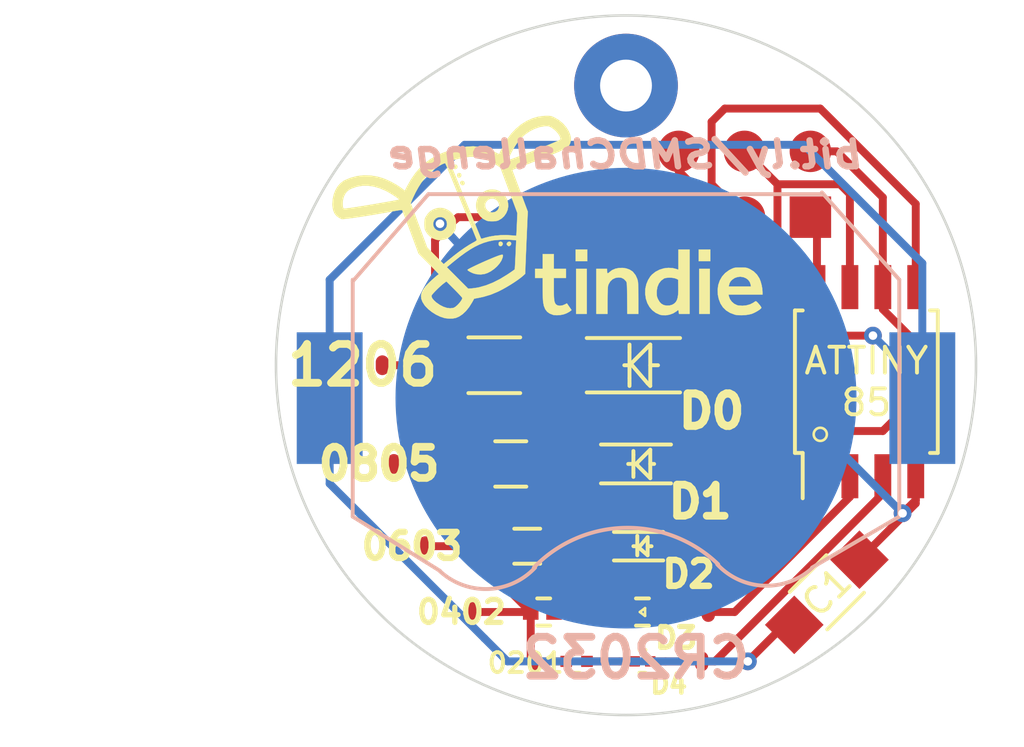
<source format=kicad_pcb>
(kicad_pcb (version 4) (host pcbnew 4.0.7)

  (general
    (links 36)
    (no_connects 0)
    (area 194.094714 78.524714 221.195286 105.625286)
    (thickness 1.6)
    (drawings 16)
    (tracks 117)
    (zones 0)
    (modules 27)
    (nets 14)
  )

  (page USLetter)
  (layers
    (0 F.Cu signal)
    (31 B.Cu signal)
    (34 B.Paste user)
    (35 F.Paste user)
    (36 B.SilkS user)
    (37 F.SilkS user)
    (38 B.Mask user)
    (39 F.Mask user)
    (40 Dwgs.User user)
    (44 Edge.Cuts user)
  )

  (setup
    (last_trace_width 0.1524)
    (user_trace_width 0.254)
    (user_trace_width 0.3048)
    (user_trace_width 0.4064)
    (user_trace_width 0.6096)
    (user_trace_width 2.032)
    (trace_clearance 0.1524)
    (zone_clearance 0.508)
    (zone_45_only no)
    (trace_min 0.1524)
    (segment_width 0.254)
    (edge_width 0.1)
    (via_size 0.6858)
    (via_drill 0.3302)
    (via_min_size 0.6858)
    (via_min_drill 0.3302)
    (user_via 1 0.5)
    (uvia_size 0.762)
    (uvia_drill 0.508)
    (uvias_allowed no)
    (uvia_min_size 0.508)
    (uvia_min_drill 0.127)
    (pcb_text_width 0.3)
    (pcb_text_size 1.5 1.5)
    (mod_edge_width 0.15)
    (mod_text_size 1 1)
    (mod_text_width 0.15)
    (pad_size 3 3)
    (pad_drill 2)
    (pad_to_mask_clearance 0)
    (aux_axis_origin 0 0)
    (grid_origin 210.82 95.25)
    (visible_elements 7FFEFFFF)
    (pcbplotparams
      (layerselection 0x010f0_80000001)
      (usegerberextensions true)
      (excludeedgelayer true)
      (linewidth 0.100000)
      (plotframeref false)
      (viasonmask false)
      (mode 1)
      (useauxorigin false)
      (hpglpennumber 1)
      (hpglpenspeed 20)
      (hpglpendiameter 15)
      (hpglpenoverlay 2)
      (psnegative false)
      (psa4output false)
      (plotreference true)
      (plotvalue true)
      (plotinvisibletext false)
      (padsonsilk false)
      (subtractmaskfromsilk false)
      (outputformat 1)
      (mirror false)
      (drillshape 0)
      (scaleselection 1)
      (outputdirectory gerbers/))
  )

  (net 0 "")
  (net 1 GND)
  (net 2 +BATT)
  (net 3 "Net-(CON1-Pad1)")
  (net 4 "Net-(CON1-Pad3)")
  (net 5 "Net-(CON1-Pad4)")
  (net 6 "Net-(CON1-Pad5)")
  (net 7 "Net-(D1-Pad1)")
  (net 8 "Net-(D2-Pad1)")
  (net 9 "Net-(D3-Pad1)")
  (net 10 "Net-(D0-Pad1)")
  (net 11 "Net-(D3-Pad2)")
  (net 12 "Net-(D4-Pad2)")
  (net 13 "Net-(D4-Pad1)")

  (net_class Default "This is the default net class."
    (clearance 0.1524)
    (trace_width 0.1524)
    (via_dia 0.6858)
    (via_drill 0.3302)
    (uvia_dia 0.762)
    (uvia_drill 0.508)
    (add_net +BATT)
    (add_net GND)
    (add_net "Net-(CON1-Pad1)")
    (add_net "Net-(CON1-Pad3)")
    (add_net "Net-(CON1-Pad4)")
    (add_net "Net-(CON1-Pad5)")
    (add_net "Net-(D0-Pad1)")
    (add_net "Net-(D1-Pad1)")
    (add_net "Net-(D2-Pad1)")
    (add_net "Net-(D3-Pad1)")
    (add_net "Net-(D3-Pad2)")
    (add_net "Net-(D4-Pad1)")
    (add_net "Net-(D4-Pad2)")
  )

  (module footprints:Pin_Header_Straight_1x01 (layer F.Cu) (tedit 5B36A140) (tstamp 5A2CB193)
    (at 207.645 81.28)
    (descr "Through hole pin header")
    (tags "pin header")
    (path /5860AE9A)
    (fp_text reference P5 (at -0.6 -0.5) (layer F.SilkS) hide
      (effects (font (size 0.127 0.127) (thickness 0.03175)))
    )
    (fp_text value CONN_01X01 (at 0 0.9) (layer F.Fab)
      (effects (font (size 0.127 0.127) (thickness 0.03175)))
    )
    (pad 1 thru_hole circle (at 0 0) (size 4 4) (drill 2) (layers *.Cu *.Mask))
  )

  (module LED_0201 (layer F.Cu) (tedit 5A4BE065) (tstamp 5A2CB0D7)
    (at 208.28 103.505)
    (descr "Resistor SMD 0201, reflow soldering, Vishay (see crcw0201e3.pdf)")
    (tags "resistor 0201")
    (path /58DDCAFF)
    (attr smd)
    (fp_text reference D4 (at 1.016 0.889) (layer F.SilkS)
      (effects (font (size 0.7 0.7) (thickness 0.175)))
    )
    (fp_text value LED (at 0 1.7) (layer F.Fab)
      (effects (font (size 1 1) (thickness 0.15)))
    )
    (fp_line (start -0.325 0.175) (end -0.325 -0.175) (layer F.CrtYd) (width 0.05))
    (fp_line (start -0.325 0.175) (end 0.325 0.175) (layer F.CrtYd) (width 0.05))
    (fp_line (start 0.325 0.175) (end 0.325 -0.175) (layer F.CrtYd) (width 0.05))
    (fp_line (start -0.325 -0.175) (end 0.325 -0.175) (layer F.CrtYd) (width 0.05))
    (fp_line (start 0.115 -0.44) (end -0.115 -0.44) (layer F.SilkS) (width 0.15))
    (fp_line (start -0.115 0.44) (end 0.115 0.44) (layer F.SilkS) (width 0.15))
    (pad 1 smd rect (at -0.3 0) (size 0.4 0.4) (layers F.Cu F.Paste F.Mask)
      (net 13 "Net-(D4-Pad1)"))
    (pad 2 smd rect (at 0.3 0) (size 0.4 0.4) (layers F.Cu F.Paste F.Mask)
      (net 12 "Net-(D4-Pad2)"))
    (model Resistors_SMD.3dshapes/R_0201.wrl
      (at (xyz 0 0 0))
      (scale (xyz 1 1 1))
      (rotate (xyz 0 0 0))
    )
  )

  (module LED_0402 (layer F.Cu) (tedit 5A4BDEED) (tstamp 5A2CB0C5)
    (at 208.28 101.6)
    (descr "Resistor SMD 0402, reflow soldering, Vishay (see dcrcw.pdf)")
    (tags "resistor 0402")
    (path /58D34030)
    (attr smd)
    (fp_text reference D3 (at 1.3 1) (layer F.SilkS)
      (effects (font (size 0.8 0.8) (thickness 0.2)))
    )
    (fp_text value LED (at 0 1.8) (layer F.Fab)
      (effects (font (size 1 1) (thickness 0.15)))
    )
    (fp_line (start 0.1 0.15) (end 0.1 -0.15) (layer F.SilkS) (width 0.1))
    (fp_line (start -0.1 0) (end 0.1 0.15) (layer F.SilkS) (width 0.1))
    (fp_line (start -0.1 0) (end 0.1 -0.15) (layer F.SilkS) (width 0.1))
    (fp_line (start -0.95 -0.65) (end 0.95 -0.65) (layer F.CrtYd) (width 0.05))
    (fp_line (start -0.95 0.65) (end 0.95 0.65) (layer F.CrtYd) (width 0.05))
    (fp_line (start -0.95 -0.65) (end -0.95 0.65) (layer F.CrtYd) (width 0.05))
    (fp_line (start 0.95 -0.65) (end 0.95 0.65) (layer F.CrtYd) (width 0.05))
    (fp_line (start 0.25 -0.525) (end -0.25 -0.525) (layer F.SilkS) (width 0.15))
    (fp_line (start -0.25 0.525) (end 0.25 0.525) (layer F.SilkS) (width 0.15))
    (pad 1 smd rect (at -0.5 0) (size 0.7 0.6) (layers F.Cu F.Paste F.Mask)
      (net 9 "Net-(D3-Pad1)"))
    (pad 2 smd rect (at 0.5 0) (size 0.7 0.6) (layers F.Cu F.Paste F.Mask)
      (net 11 "Net-(D3-Pad2)"))
    (model Resistors_SMD.3dshapes/R_0402.wrl
      (at (xyz 0 0 0))
      (scale (xyz 1 1 1))
      (rotate (xyz 0 0 0))
    )
  )

  (module footprints:BATT_CR2032_SMD (layer B.Cu) (tedit 56CFB5D2) (tstamp 5A2CB063)
    (at 207.645 93.345 180)
    (tags battery)
    (path /56CFA61E)
    (fp_text reference BT1 (at 0 -5.08 180) (layer B.SilkS) hide
      (effects (font (size 1.72974 1.08712) (thickness 0.27178)) (justify mirror))
    )
    (fp_text value Battery (at 0 2.54 180) (layer B.SilkS) hide
      (effects (font (size 1.524 1.016) (thickness 0.254)) (justify mirror))
    )
    (fp_line (start -7.1755 -6.5405) (end -10.541 -4.572) (layer B.SilkS) (width 0.15))
    (fp_line (start 7.1755 -6.6675) (end 10.541 -4.572) (layer B.SilkS) (width 0.15))
    (fp_arc (start -5.4229 -4.6355) (end -3.5179 -6.4135) (angle -90) (layer B.SilkS) (width 0.15))
    (fp_arc (start 5.4102 -4.7625) (end 7.1882 -6.6675) (angle -90) (layer B.SilkS) (width 0.15))
    (fp_arc (start -0.0635 -10.033) (end -3.556 -6.4135) (angle -90) (layer B.SilkS) (width 0.15))
    (fp_line (start 7.62 7.874) (end 10.541 4.5085) (layer B.SilkS) (width 0.15))
    (fp_line (start -10.541 4.572) (end -7.5565 7.9375) (layer B.SilkS) (width 0.15))
    (fp_line (start -7.62 7.874) (end 7.62 7.874) (layer B.SilkS) (width 0.15))
    (fp_line (start -10.541 -4.572) (end -10.541 4.572) (layer B.SilkS) (width 0.15))
    (fp_line (start 10.541 -4.572) (end 10.541 4.572) (layer B.SilkS) (width 0.15))
    (fp_circle (center 0 0) (end -10.16 0) (layer Dwgs.User) (width 0.15))
    (pad 2 smd circle (at 0 0 180) (size 17.78 17.78) (layers B.Cu B.Paste B.Mask)
      (net 1 GND))
    (pad 1 smd rect (at -11.43 0 180) (size 2.54 5.08) (layers B.Cu B.Paste B.Mask)
      (net 2 +BATT))
    (pad 1 smd rect (at 11.43 0 180) (size 2.54 5.08) (layers B.Cu B.Paste B.Mask)
      (net 2 +BATT))
  )

  (module footprints:C_1206_HandSoldering (layer F.Cu) (tedit 5902BDF4) (tstamp 5A2CB074)
    (at 215.392 100.838 225)
    (descr "Capacitor SMD 1206, hand soldering")
    (tags "capacitor 1206")
    (path /553FDF53)
    (attr smd)
    (fp_text reference C1 (at 0 0 225) (layer F.SilkS)
      (effects (font (size 1 1) (thickness 0.15)))
    )
    (fp_text value "0.1 uF" (at 0 2.3 225) (layer F.Fab)
      (effects (font (size 1 1) (thickness 0.15)))
    )
    (fp_line (start -3.3 -1.15) (end 3.3 -1.15) (layer F.CrtYd) (width 0.05))
    (fp_line (start -3.3 1.15) (end 3.3 1.15) (layer F.CrtYd) (width 0.05))
    (fp_line (start -3.3 -1.15) (end -3.3 1.15) (layer F.CrtYd) (width 0.05))
    (fp_line (start 3.3 -1.15) (end 3.3 1.15) (layer F.CrtYd) (width 0.05))
    (fp_line (start 1 -1.025) (end -1 -1.025) (layer F.SilkS) (width 0.15))
    (fp_line (start -1 1.025) (end 1 1.025) (layer F.SilkS) (width 0.15))
    (pad 1 smd rect (at -1.778 0 225) (size 1.6 1.6) (layers F.Cu F.Paste F.Mask)
      (net 1 GND))
    (pad 2 smd rect (at 1.778 0 225) (size 1.6 1.6) (layers F.Cu F.Paste F.Mask)
      (net 2 +BATT))
    (model Capacitors_SMD.3dshapes/C_1206.wrl
      (at (xyz 0 0 0))
      (scale (xyz 1 1 1))
      (rotate (xyz 0 0 0))
    )
  )

  (module footprints:AVR-ISP-6 (layer F.Cu) (tedit 5860A6AE) (tstamp 5A2CB07F)
    (at 214.757 83.82 270)
    (descr "6-lead dip package, row spacing 7.62 mm (300 mils)")
    (tags "dil dip 2.54 300")
    (path /58609061)
    (fp_text reference CON1 (at 0 -2.54 270) (layer F.SilkS) hide
      (effects (font (size 1 1) (thickness 0.15)))
    )
    (fp_text value AVR-ISP-6 (at 0 -3.72 270) (layer F.Fab) hide
      (effects (font (size 1 1) (thickness 0.15)))
    )
    (pad 1 smd oval (at 0 0 270) (size 1.6 1.6) (layers F.Cu F.Paste F.Mask)
      (net 3 "Net-(CON1-Pad1)"))
    (pad 2 smd rect (at 2.54 0 270) (size 1.6 1.6) (layers F.Cu F.Paste F.Mask)
      (net 2 +BATT))
    (pad 3 smd oval (at 0 2.54 270) (size 1.6 1.6) (layers F.Cu F.Paste F.Mask)
      (net 4 "Net-(CON1-Pad3)"))
    (pad 4 smd oval (at 2.54 2.54 270) (size 1.6 1.6) (layers F.Cu F.Paste F.Mask)
      (net 5 "Net-(CON1-Pad4)"))
    (pad 5 smd oval (at 0 5.08 270) (size 1.6 1.6) (layers F.Cu F.Paste F.Mask)
      (net 6 "Net-(CON1-Pad5)"))
    (pad 6 smd oval (at 2.54 5.08 270) (size 1.6 1.6) (layers F.Cu F.Paste F.Mask)
      (net 1 GND))
  )

  (module footprints:LED-1206 (layer F.Cu) (tedit 5902C0FC) (tstamp 5A2CB088)
    (at 208.28 92.075)
    (descr "LED 1206 smd package")
    (tags "LED1206 SMD")
    (path /58C49927)
    (attr smd)
    (fp_text reference D0 (at 2.667 1.778) (layer F.SilkS)
      (effects (font (size 1.25 1.25) (thickness 0.3125)))
    )
    (fp_text value LED (at 0 2) (layer F.Fab)
      (effects (font (size 1 1) (thickness 0.15)))
    )
    (fp_line (start -0.5 0.7) (end -0.5 0.8) (layer F.SilkS) (width 0.15))
    (fp_line (start -0.5 -0.7) (end -0.5 -0.8) (layer F.SilkS) (width 0.15))
    (fp_line (start 0.3 0) (end 0.6 0) (layer F.SilkS) (width 0.15))
    (fp_line (start 0.3 0.8) (end 0.3 -0.7) (layer F.SilkS) (width 0.15))
    (fp_line (start 0.3 -0.7) (end 0.3 -0.8) (layer F.SilkS) (width 0.15))
    (fp_line (start 0.2 0.7) (end 0.3 0.8) (layer F.SilkS) (width 0.15))
    (fp_line (start 0.2 -0.7) (end 0.3 -0.8) (layer F.SilkS) (width 0.15))
    (fp_line (start -0.7 0) (end -0.5 0) (layer F.SilkS) (width 0.15))
    (fp_line (start -0.5 0.5) (end -0.5 0.7) (layer F.SilkS) (width 0.15))
    (fp_line (start -0.5 -0.5) (end -0.5 -0.7) (layer F.SilkS) (width 0.15))
    (fp_line (start -0.4 0) (end 0.2 0.7) (layer F.SilkS) (width 0.15))
    (fp_line (start 0.2 -0.7) (end -0.4 -0.1) (layer F.SilkS) (width 0.15))
    (fp_line (start -2.15 1.05) (end 1.45 1.05) (layer F.SilkS) (width 0.15))
    (fp_line (start -2.15 -1.05) (end 1.45 -1.05) (layer F.SilkS) (width 0.15))
    (fp_line (start -0.5 -0.5) (end -0.5 0.5) (layer F.SilkS) (width 0.15))
    (fp_line (start 2.5 -1.25) (end -2.5 -1.25) (layer F.CrtYd) (width 0.05))
    (fp_line (start -2.5 -1.25) (end -2.5 1.25) (layer F.CrtYd) (width 0.05))
    (fp_line (start -2.5 1.25) (end 2.5 1.25) (layer F.CrtYd) (width 0.05))
    (fp_line (start 2.5 1.25) (end 2.5 -1.25) (layer F.CrtYd) (width 0.05))
    (pad 2 smd rect (at 1.524 0 180) (size 1.7 1.80086) (layers F.Cu F.Paste F.Mask)
      (net 5 "Net-(CON1-Pad4)"))
    (pad 1 smd rect (at -1.651 0 180) (size 1.7 1.80086) (layers F.Cu F.Paste F.Mask)
      (net 10 "Net-(D0-Pad1)"))
    (model LEDs.3dshapes/LED_1206.wrl
      (at (xyz 0 0 0))
      (scale (xyz 1 1 1))
      (rotate (xyz 0 0 0))
    )
  )

  (module footprints:LED-0805 (layer F.Cu) (tedit 5902C116) (tstamp 5A2CB0A0)
    (at 208.28 95.885)
    (descr "LED 0805 smd package")
    (tags "LED 0805 SMD")
    (path /58D338E3)
    (attr smd)
    (fp_text reference D1 (at 2.2225 1.4605) (layer F.SilkS)
      (effects (font (size 1.2 1.2) (thickness 0.3)))
    )
    (fp_text value LED (at 0 1.75) (layer F.Fab)
      (effects (font (size 1 1) (thickness 0.15)))
    )
    (fp_line (start 0.3 0) (end 0.45 0) (layer F.SilkS) (width 0.15))
    (fp_line (start -0.55 0) (end -0.2 0) (layer F.SilkS) (width 0.15))
    (fp_line (start -0.25 0) (end 0.3 -0.55) (layer F.SilkS) (width 0.15))
    (fp_line (start 0.3 -0.55) (end 0.3 0.55) (layer F.SilkS) (width 0.15))
    (fp_line (start 0.3 0.55) (end -0.25 0) (layer F.SilkS) (width 0.15))
    (fp_line (start -0.35 -0.35) (end -0.35 -0.5) (layer F.SilkS) (width 0.15))
    (fp_line (start -0.35 0.35) (end -0.35 0.5) (layer F.SilkS) (width 0.15))
    (fp_line (start -1.6 0.75) (end 1.1 0.75) (layer F.SilkS) (width 0.15))
    (fp_line (start -1.6 -0.75) (end 1.1 -0.75) (layer F.SilkS) (width 0.15))
    (fp_line (start -0.35 -0.35) (end -0.35 0.35) (layer F.SilkS) (width 0.15))
    (fp_line (start 1.9 -0.95) (end 1.9 0.95) (layer F.CrtYd) (width 0.05))
    (fp_line (start 1.9 0.95) (end -1.9 0.95) (layer F.CrtYd) (width 0.05))
    (fp_line (start -1.9 0.95) (end -1.9 -0.95) (layer F.CrtYd) (width 0.05))
    (fp_line (start -1.9 -0.95) (end 1.9 -0.95) (layer F.CrtYd) (width 0.05))
    (pad 2 smd rect (at 1.143 0 180) (size 1.3 1.19888) (layers F.Cu F.Paste F.Mask)
      (net 3 "Net-(CON1-Pad1)"))
    (pad 1 smd rect (at -1.27 0 180) (size 1.3 1.19888) (layers F.Cu F.Paste F.Mask)
      (net 7 "Net-(D1-Pad1)"))
    (model LEDs.3dshapes/LED-0805.wrl
      (at (xyz 0 0 0))
      (scale (xyz 1 1 1))
      (rotate (xyz 0 0 0))
    )
    (model LEDs.3dshapes/LED_0805.wrl
      (at (xyz 0 0 0))
      (scale (xyz 1 1 1))
      (rotate (xyz 0 0 0))
    )
  )

  (module footprints:LED-0603 (layer F.Cu) (tedit 5902C124) (tstamp 5A2CB0B3)
    (at 208.28 99.06)
    (descr "LED 0603 smd package")
    (tags "LED led 0603 SMD smd SMT smt smdled SMDLED smtled SMTLED")
    (path /58D33940)
    (attr smd)
    (fp_text reference D2 (at 1.778 1.0795) (layer F.SilkS)
      (effects (font (size 1 1) (thickness 0.25)))
    )
    (fp_text value LED (at 0 1.5) (layer F.Fab)
      (effects (font (size 1 1) (thickness 0.15)))
    )
    (fp_line (start 0.2 0) (end 0.35 0) (layer F.SilkS) (width 0.15))
    (fp_line (start -0.35 0) (end -0.15 0) (layer F.SilkS) (width 0.15))
    (fp_line (start -0.1 0) (end 0.2 -0.35) (layer F.SilkS) (width 0.15))
    (fp_line (start 0.2 -0.35) (end 0.2 0.35) (layer F.SilkS) (width 0.15))
    (fp_line (start 0.2 0.35) (end -0.2 0) (layer F.SilkS) (width 0.15))
    (fp_line (start -0.2 0) (end -0.15 0) (layer F.SilkS) (width 0.15))
    (fp_line (start -0.2 -0.4) (end -0.2 0.35) (layer F.SilkS) (width 0.15))
    (fp_line (start -1.1 0.55) (end 0.8 0.55) (layer F.SilkS) (width 0.15))
    (fp_line (start -1.1 -0.55) (end 0.8 -0.55) (layer F.SilkS) (width 0.15))
    (fp_line (start 1.4 -0.75) (end 1.4 0.75) (layer F.CrtYd) (width 0.05))
    (fp_line (start 1.4 0.75) (end -1.4 0.75) (layer F.CrtYd) (width 0.05))
    (fp_line (start -1.4 0.75) (end -1.4 -0.75) (layer F.CrtYd) (width 0.05))
    (fp_line (start -1.4 -0.75) (end 1.4 -0.75) (layer F.CrtYd) (width 0.05))
    (pad 2 smd rect (at 0.889 0 180) (size 1 0.79756) (layers F.Cu F.Paste F.Mask)
      (net 4 "Net-(CON1-Pad3)"))
    (pad 1 smd rect (at -0.889 0 180) (size 1 0.79756) (layers F.Cu F.Paste F.Mask)
      (net 8 "Net-(D2-Pad1)"))
    (model LEDs.3dshapes/LED_0603.wrl
      (at (xyz 0 0 0))
      (scale (xyz 1 1 1))
      (rotate (xyz 0 0 0))
    )
  )

  (module footprints:SOIJ-8_5.3x5.3mm_Pitch1.27mm (layer F.Cu) (tedit 5902B706) (tstamp 5A2CB0E9)
    (at 216.916 92.71 90)
    (descr "8-Lead Plastic Small Outline (SM) - Medium, 5.28 mm Body [SOIC] (see Microchip Packaging Specification 00000049BS.pdf)")
    (tags "SOIC 1.27")
    (path /58C478D3)
    (attr smd)
    (fp_text reference IC1 (at -1.27 2.159 90) (layer F.SilkS) hide
      (effects (font (size 1 1) (thickness 0.15)))
    )
    (fp_text value IC1 (at 0 3.68 90) (layer F.Fab)
      (effects (font (size 1 1) (thickness 0.15)))
    )
    (fp_circle (center -2.032 -1.778) (end -2.286 -1.778) (layer F.SilkS) (width 0.1))
    (fp_line (start -4.75 -2.95) (end -4.75 2.95) (layer F.CrtYd) (width 0.05))
    (fp_line (start 4.75 -2.95) (end 4.75 2.95) (layer F.CrtYd) (width 0.05))
    (fp_line (start -4.75 -2.95) (end 4.75 -2.95) (layer F.CrtYd) (width 0.05))
    (fp_line (start -4.75 2.95) (end 4.75 2.95) (layer F.CrtYd) (width 0.05))
    (fp_line (start -2.75 -2.755) (end -2.75 -2.455) (layer F.SilkS) (width 0.15))
    (fp_line (start 2.75 -2.755) (end 2.75 -2.455) (layer F.SilkS) (width 0.15))
    (fp_line (start 2.75 2.755) (end 2.75 2.455) (layer F.SilkS) (width 0.15))
    (fp_line (start -2.75 2.755) (end -2.75 2.455) (layer F.SilkS) (width 0.15))
    (fp_line (start -2.75 -2.755) (end 2.75 -2.755) (layer F.SilkS) (width 0.15))
    (fp_line (start -2.75 2.755) (end 2.75 2.755) (layer F.SilkS) (width 0.15))
    (fp_line (start -2.75 -2.455) (end -4.5 -2.455) (layer F.SilkS) (width 0.15))
    (pad 1 smd rect (at -3.65 -1.905 90) (size 1.7 0.65) (layers F.Cu F.Paste F.Mask)
      (net 6 "Net-(CON1-Pad5)"))
    (pad 2 smd rect (at -3.65 -0.635 90) (size 1.7 0.65) (layers F.Cu F.Paste F.Mask)
      (net 11 "Net-(D3-Pad2)"))
    (pad 3 smd rect (at -3.65 0.635 90) (size 1.7 0.65) (layers F.Cu F.Paste F.Mask)
      (net 12 "Net-(D4-Pad2)"))
    (pad 4 smd rect (at -3.65 1.905 90) (size 1.7 0.65) (layers F.Cu F.Paste F.Mask)
      (net 1 GND))
    (pad 5 smd rect (at 3.65 1.905 90) (size 1.7 0.65) (layers F.Cu F.Paste F.Mask)
      (net 5 "Net-(CON1-Pad4)"))
    (pad 6 smd rect (at 3.65 0.635 90) (size 1.7 0.65) (layers F.Cu F.Paste F.Mask)
      (net 3 "Net-(CON1-Pad1)"))
    (pad 7 smd rect (at 3.65 -0.635 90) (size 1.7 0.65) (layers F.Cu F.Paste F.Mask)
      (net 4 "Net-(CON1-Pad3)"))
    (pad 8 smd rect (at 3.65 -1.905 90) (size 1.7 0.65) (layers F.Cu F.Paste F.Mask)
      (net 2 +BATT))
    (model Housings_SOIC.3dshapes/SOIJ-8_5.3x5.3mm_Pitch1.27mm.wrl
      (at (xyz 0 0 0))
      (scale (xyz 1 1 1))
      (rotate (xyz 0 0 0))
    )
  )

  (module footprints:testPad (layer F.Cu) (tedit 5902BD57) (tstamp 5A2CB100)
    (at 212.09 92.075)
    (descr "module 1 pin (ou trou mecanique de percage)")
    (tags DEV)
    (path /5902B2A3)
    (fp_text reference P0 (at -0.0635 0) (layer F.SilkS) hide
      (effects (font (size 0.635 0.635) (thickness 0.127)))
    )
    (fp_text value CONN_01X01 (at 0 0) (layer F.Fab)
      (effects (font (size 0.127 0.127) (thickness 0.03175)))
    )
    (pad 1 smd oval (at 0 0) (size 0.508 0.762) (layers F.Cu F.Paste F.Mask)
      (net 5 "Net-(CON1-Pad4)"))
  )

  (module footprints:testPad (layer F.Cu) (tedit 5902BD57) (tstamp 5A2CB104)
    (at 211.582 95.885)
    (descr "module 1 pin (ou trou mecanique de percage)")
    (tags DEV)
    (path /5902B324)
    (fp_text reference P1 (at -0.0635 0) (layer F.SilkS) hide
      (effects (font (size 0.635 0.635) (thickness 0.127)))
    )
    (fp_text value CONN_01X01 (at 0 0) (layer F.Fab)
      (effects (font (size 0.127 0.127) (thickness 0.03175)))
    )
    (pad 1 smd oval (at 0 0) (size 0.508 0.762) (layers F.Cu F.Paste F.Mask)
      (net 3 "Net-(CON1-Pad1)"))
  )

  (module footprints:testPad (layer F.Cu) (tedit 5902BD57) (tstamp 5A2CB108)
    (at 211.201 99.06)
    (descr "module 1 pin (ou trou mecanique de percage)")
    (tags DEV)
    (path /5902B382)
    (fp_text reference P2 (at -0.0635 0) (layer F.SilkS) hide
      (effects (font (size 0.635 0.635) (thickness 0.127)))
    )
    (fp_text value CONN_01X01 (at 0 0) (layer F.Fab)
      (effects (font (size 0.127 0.127) (thickness 0.03175)))
    )
    (pad 1 smd oval (at 0 0) (size 0.508 0.762) (layers F.Cu F.Paste F.Mask)
      (net 4 "Net-(CON1-Pad3)"))
  )

  (module footprints:testPad (layer F.Cu) (tedit 5902BD57) (tstamp 5A2CB10C)
    (at 210.82 101.6)
    (descr "module 1 pin (ou trou mecanique de percage)")
    (tags DEV)
    (path /5902B3ED)
    (fp_text reference P3 (at -0.0635 0) (layer F.SilkS) hide
      (effects (font (size 0.635 0.635) (thickness 0.127)))
    )
    (fp_text value CONN_01X01 (at 0 0) (layer F.Fab)
      (effects (font (size 0.127 0.127) (thickness 0.03175)))
    )
    (pad 1 smd oval (at 0 0) (size 0.508 0.762) (layers F.Cu F.Paste F.Mask)
      (net 11 "Net-(D3-Pad2)"))
  )

  (module footprints:testPad (layer F.Cu) (tedit 5902BD57) (tstamp 5A2CB110)
    (at 210.566 103.505)
    (descr "module 1 pin (ou trou mecanique de percage)")
    (tags DEV)
    (path /5902B44F)
    (fp_text reference P4 (at -0.0635 0) (layer F.SilkS) hide
      (effects (font (size 0.635 0.635) (thickness 0.127)))
    )
    (fp_text value CONN_01X01 (at 0 0) (layer F.Fab)
      (effects (font (size 0.127 0.127) (thickness 0.03175)))
    )
    (pad 1 smd oval (at 0 0) (size 0.508 0.762) (layers F.Cu F.Paste F.Mask)
      (net 12 "Net-(D4-Pad2)"))
  )

  (module footprints:testPad (layer F.Cu) (tedit 5902BD57) (tstamp 5A2CB114)
    (at 198.247 92.075)
    (descr "module 1 pin (ou trou mecanique de percage)")
    (tags DEV)
    (path /5902AF42)
    (fp_text reference PG0 (at -0.0635 0) (layer F.SilkS) hide
      (effects (font (size 0.635 0.635) (thickness 0.127)))
    )
    (fp_text value CONN_01X01 (at 0 0) (layer F.Fab)
      (effects (font (size 0.127 0.127) (thickness 0.03175)))
    )
    (pad 1 smd oval (at 0 0) (size 0.508 0.762) (layers F.Cu F.Paste F.Mask)
      (net 1 GND))
  )

  (module footprints:testPad (layer F.Cu) (tedit 5902BD57) (tstamp 5A2CB118)
    (at 198.6915 95.885)
    (descr "module 1 pin (ou trou mecanique de percage)")
    (tags DEV)
    (path /5902AFA3)
    (fp_text reference PG1 (at -0.0635 0) (layer F.SilkS) hide
      (effects (font (size 0.635 0.635) (thickness 0.127)))
    )
    (fp_text value CONN_01X01 (at 0 0) (layer F.Fab)
      (effects (font (size 0.127 0.127) (thickness 0.03175)))
    )
    (pad 1 smd oval (at 0 0) (size 0.508 0.762) (layers F.Cu F.Paste F.Mask)
      (net 1 GND))
  )

  (module footprints:testPad (layer F.Cu) (tedit 5902BD57) (tstamp 5A2CB11C)
    (at 199.898 99.06)
    (descr "module 1 pin (ou trou mecanique de percage)")
    (tags DEV)
    (path /5902AFF0)
    (fp_text reference PG2 (at -0.0635 0) (layer F.SilkS) hide
      (effects (font (size 0.635 0.635) (thickness 0.127)))
    )
    (fp_text value CONN_01X01 (at 0 0) (layer F.Fab)
      (effects (font (size 0.127 0.127) (thickness 0.03175)))
    )
    (pad 1 smd oval (at 0 0) (size 0.508 0.762) (layers F.Cu F.Paste F.Mask)
      (net 1 GND))
  )

  (module footprints:testPad (layer F.Cu) (tedit 5902BD57) (tstamp 5A2CB120)
    (at 201.7395 101.6)
    (descr "module 1 pin (ou trou mecanique de percage)")
    (tags DEV)
    (path /5902B040)
    (fp_text reference PG3 (at -0.0635 0) (layer F.SilkS) hide
      (effects (font (size 0.635 0.635) (thickness 0.127)))
    )
    (fp_text value CONN_01X01 (at 0 0) (layer F.Fab)
      (effects (font (size 0.127 0.127) (thickness 0.03175)))
    )
    (pad 1 smd oval (at 0 0) (size 0.508 0.762) (layers F.Cu F.Paste F.Mask)
      (net 1 GND))
  )

  (module footprints:testPad (layer F.Cu) (tedit 5902BD57) (tstamp 5A2CB124)
    (at 204.1525 103.505)
    (descr "module 1 pin (ou trou mecanique de percage)")
    (tags DEV)
    (path /5902B093)
    (fp_text reference PG4 (at -0.0635 0) (layer F.SilkS) hide
      (effects (font (size 0.635 0.635) (thickness 0.127)))
    )
    (fp_text value CONN_01X01 (at 0 0) (layer F.Fab)
      (effects (font (size 0.127 0.127) (thickness 0.03175)))
    )
    (pad 1 smd oval (at 0 0) (size 0.508 0.762) (layers F.Cu F.Paste F.Mask)
      (net 1 GND))
  )

  (module footprints:R_1206 (layer F.Cu) (tedit 5902A5E4) (tstamp 5A2CB128)
    (at 202.565 92.075 180)
    (descr "Resistor SMD 1206, reflow soldering, Vishay (see dcrcw.pdf)")
    (tags "resistor 1206")
    (path /56CEB2B5)
    (attr smd)
    (fp_text reference R0 (at 0 0 180) (layer F.SilkS) hide
      (effects (font (size 1.25 1.25) (thickness 0.2)))
    )
    (fp_text value 330 (at 0 2.3 180) (layer F.Fab)
      (effects (font (size 1 1) (thickness 0.15)))
    )
    (fp_line (start -2.2 -1.2) (end 2.2 -1.2) (layer F.CrtYd) (width 0.05))
    (fp_line (start -2.2 1.2) (end 2.2 1.2) (layer F.CrtYd) (width 0.05))
    (fp_line (start -2.2 -1.2) (end -2.2 1.2) (layer F.CrtYd) (width 0.05))
    (fp_line (start 2.2 -1.2) (end 2.2 1.2) (layer F.CrtYd) (width 0.05))
    (fp_line (start 1 1.075) (end -1 1.075) (layer F.SilkS) (width 0.15))
    (fp_line (start -1 -1.075) (end 1 -1.075) (layer F.SilkS) (width 0.15))
    (pad 1 smd rect (at -1.778 0 180) (size 1.1 1.7) (layers F.Cu F.Paste F.Mask)
      (net 10 "Net-(D0-Pad1)"))
    (pad 2 smd rect (at 1.651 0 180) (size 1.1 1.7) (layers F.Cu F.Paste F.Mask)
      (net 1 GND))
    (model Resistors_SMD.3dshapes/R_1206.wrl
      (at (xyz 0 0 0))
      (scale (xyz 1 1 1))
      (rotate (xyz 0 0 0))
    )
  )

  (module footprints:R_0805 (layer F.Cu) (tedit 58DFDC5C) (tstamp 5A2CB133)
    (at 203.2 95.885 180)
    (descr "Resistor SMD 0805, reflow soldering, Vishay (see dcrcw.pdf)")
    (tags "resistor 0805")
    (path /58D3397B)
    (attr smd)
    (fp_text reference R1 (at 0 0 180) (layer F.SilkS) hide
      (effects (font (size 1 1) (thickness 0.15)))
    )
    (fp_text value 330 (at 0 2.1 180) (layer F.Fab)
      (effects (font (size 1 1) (thickness 0.15)))
    )
    (fp_line (start -1.6 -1) (end 1.6 -1) (layer F.CrtYd) (width 0.05))
    (fp_line (start -1.6 1) (end 1.6 1) (layer F.CrtYd) (width 0.05))
    (fp_line (start -1.6 -1) (end -1.6 1) (layer F.CrtYd) (width 0.05))
    (fp_line (start 1.6 -1) (end 1.6 1) (layer F.CrtYd) (width 0.05))
    (fp_line (start 0.6 0.875) (end -0.6 0.875) (layer F.SilkS) (width 0.15))
    (fp_line (start -0.6 -0.875) (end 0.6 -0.875) (layer F.SilkS) (width 0.15))
    (pad 1 smd rect (at -1.143 0 180) (size 0.9 1.3) (layers F.Cu F.Paste F.Mask)
      (net 7 "Net-(D1-Pad1)"))
    (pad 2 smd rect (at 1.143 0 180) (size 0.9 1.3) (layers F.Cu F.Paste F.Mask)
      (net 1 GND))
    (model Resistors_SMD.3dshapes/R_0805.wrl
      (at (xyz 0 0 0))
      (scale (xyz 1 1 1))
      (rotate (xyz 0 0 0))
    )
  )

  (module footprints:R_0603 (layer F.Cu) (tedit 5902A5F6) (tstamp 5A2CB13E)
    (at 203.835 99.06 180)
    (descr "Resistor SMD 0603, reflow soldering, Vishay (see dcrcw.pdf)")
    (tags "resistor 0603")
    (path /58D339BB)
    (attr smd)
    (fp_text reference R2 (at 0 0 180) (layer F.SilkS) hide
      (effects (font (size 1 1) (thickness 0.15)))
    )
    (fp_text value 330 (at 0 1.9 180) (layer F.Fab)
      (effects (font (size 1 1) (thickness 0.15)))
    )
    (fp_line (start -1.3 -0.8) (end 1.3 -0.8) (layer F.CrtYd) (width 0.05))
    (fp_line (start -1.3 0.8) (end 1.3 0.8) (layer F.CrtYd) (width 0.05))
    (fp_line (start -1.3 -0.8) (end -1.3 0.8) (layer F.CrtYd) (width 0.05))
    (fp_line (start 1.3 -0.8) (end 1.3 0.8) (layer F.CrtYd) (width 0.05))
    (fp_line (start 0.5 0.675) (end -0.5 0.675) (layer F.SilkS) (width 0.15))
    (fp_line (start -0.5 -0.675) (end 0.5 -0.675) (layer F.SilkS) (width 0.15))
    (pad 1 smd rect (at -0.889 0 180) (size 0.7 0.9) (layers F.Cu F.Paste F.Mask)
      (net 8 "Net-(D2-Pad1)"))
    (pad 2 smd rect (at 1.016 0 180) (size 0.7 0.9) (layers F.Cu F.Paste F.Mask)
      (net 1 GND))
    (model Resistors_SMD.3dshapes/R_0603.wrl
      (at (xyz 0 0 0))
      (scale (xyz 1 1 1))
      (rotate (xyz 0 0 0))
    )
  )

  (module footprints:R_0402 (layer F.Cu) (tedit 58DFDC4A) (tstamp 5A2CB149)
    (at 204.47 101.6 180)
    (descr "Resistor SMD 0402, reflow soldering, Vishay (see dcrcw.pdf)")
    (tags "resistor 0402")
    (path /58D3406E)
    (attr smd)
    (fp_text reference R3 (at 0 0 180) (layer Dwgs.User) hide
      (effects (font (size 1 1) (thickness 0.15)))
    )
    (fp_text value 330 (at 0 1.8 180) (layer F.Fab)
      (effects (font (size 1 1) (thickness 0.15)))
    )
    (fp_line (start -0.95 -0.65) (end 0.95 -0.65) (layer F.CrtYd) (width 0.05))
    (fp_line (start -0.95 0.65) (end 0.95 0.65) (layer F.CrtYd) (width 0.05))
    (fp_line (start -0.95 -0.65) (end -0.95 0.65) (layer F.CrtYd) (width 0.05))
    (fp_line (start 0.95 -0.65) (end 0.95 0.65) (layer F.CrtYd) (width 0.05))
    (fp_line (start 0.25 -0.525) (end -0.25 -0.525) (layer F.SilkS) (width 0.15))
    (fp_line (start -0.25 0.525) (end 0.25 0.525) (layer F.SilkS) (width 0.15))
    (pad 1 smd rect (at -0.4 0 180) (size 0.6 0.6) (layers F.Cu F.Paste F.Mask)
      (net 9 "Net-(D3-Pad1)"))
    (pad 2 smd rect (at 0.5 0 180) (size 0.6 0.6) (layers F.Cu F.Paste F.Mask)
      (net 1 GND))
    (model Resistors_SMD.3dshapes/R_0402.wrl
      (at (xyz 0 0 0))
      (scale (xyz 1 1 1))
      (rotate (xyz 0 0 0))
    )
  )

  (module footprints:R_0201 (layer F.Cu) (tedit 5A2C7C82) (tstamp 5A2CB154)
    (at 205.74 103.505 180)
    (descr "Resistor SMD 0201, reflow soldering, Vishay (see crcw0201e3.pdf)")
    (tags "resistor 0201")
    (path /58DDCB43)
    (attr smd)
    (fp_text reference R4 (at 1.397 0.762 180) (layer F.SilkS) hide
      (effects (font (size 0.762 0.762) (thickness 0.15)))
    )
    (fp_text value 330 (at 0 1.7 180) (layer F.Fab)
      (effects (font (size 1 1) (thickness 0.15)))
    )
    (fp_line (start 0.35 -0.175) (end 0.35 0.175) (layer F.CrtYd) (width 0.05))
    (fp_line (start -0.325 -0.25) (end 0.325 -0.25) (layer F.CrtYd) (width 0.05))
    (fp_line (start -0.325 0.25) (end 0.325 0.25) (layer F.CrtYd) (width 0.05))
    (fp_line (start -0.35 -0.175) (end -0.35 0.175) (layer F.CrtYd) (width 0.05))
    (fp_line (start 0.115 -0.44) (end -0.115 -0.44) (layer F.SilkS) (width 0.15))
    (fp_line (start -0.115 0.44) (end 0.115 0.44) (layer F.SilkS) (width 0.15))
    (pad 1 smd rect (at -0.4 0 180) (size 0.45 0.43) (layers F.Cu F.Paste F.Mask)
      (net 13 "Net-(D4-Pad1)"))
    (pad 2 smd rect (at 0.4 0 180) (size 0.45 0.43) (layers F.Cu F.Paste F.Mask)
      (net 1 GND))
    (model Resistors_SMD.3dshapes/R_0201.wrl
      (at (xyz 0 0 0))
      (scale (xyz 1 1 1))
      (rotate (xyz 0 0 0))
    )
  )

  (module footprints:tindie (layer F.Cu) (tedit 0) (tstamp 5B25C95D)
    (at 208.534 88.9)
    (fp_text reference G*** (at 0 0) (layer F.SilkS) hide
      (effects (font (thickness 0.3)))
    )
    (fp_text value LOGO (at 0.75 0) (layer F.SilkS) hide
      (effects (font (thickness 0.3)))
    )
    (fp_poly (pts (xy -3.673231 -0.547077) (xy -3.204308 -0.547077) (xy -3.204308 -0.195384) (xy -3.673231 -0.195384)
      (xy -3.673122 0.219808) (xy -3.672184 0.382993) (xy -3.668983 0.512153) (xy -3.662793 0.612312)
      (xy -3.652889 0.688492) (xy -3.638545 0.745715) (xy -3.619037 0.789003) (xy -3.593638 0.82338)
      (xy -3.584588 0.83288) (xy -3.522539 0.869005) (xy -3.43961 0.880417) (xy -3.34521 0.867092)
      (xy -3.257811 0.833724) (xy -3.167923 0.788216) (xy -3.07885 0.916762) (xy -2.989776 1.045308)
      (xy -3.033542 1.082342) (xy -3.074182 1.110096) (xy -3.136165 1.145276) (xy -3.196276 1.175518)
      (xy -3.303861 1.213187) (xy -3.429498 1.237004) (xy -3.557333 1.245235) (xy -3.671513 1.236146)
      (xy -3.698289 1.230411) (xy -3.827441 1.182679) (xy -3.929016 1.110556) (xy -4.004742 1.01183)
      (xy -4.056348 0.884291) (xy -4.084378 0.73642) (xy -4.090275 0.664817) (xy -4.095406 0.563766)
      (xy -4.099442 0.442892) (xy -4.102058 0.311821) (xy -4.102929 0.1905) (xy -4.103077 -0.195384)
      (xy -4.396154 -0.195384) (xy -4.396154 -0.547077) (xy -4.103077 -0.547077) (xy -4.103077 -1.113692)
      (xy -3.673231 -1.113692) (xy -3.673231 -0.547077)) (layer F.SilkS) (width 0.01))
    (fp_poly (pts (xy 1.563077 1.191846) (xy 1.156204 1.191846) (xy 1.129712 1.035042) (xy 1.054871 1.094317)
      (xy 0.933321 1.169697) (xy 0.79453 1.221166) (xy 0.649208 1.246563) (xy 0.508062 1.243727)
      (xy 0.415896 1.223272) (xy 0.261241 1.153185) (xy 0.128287 1.053047) (xy 0.019016 0.926541)
      (xy -0.064592 0.777352) (xy -0.120555 0.609164) (xy -0.146894 0.425661) (xy -0.145361 0.368843)
      (xy 0.293077 0.368843) (xy 0.295482 0.456232) (xy 0.305262 0.522183) (xy 0.326264 0.584179)
      (xy 0.353028 0.641269) (xy 0.410396 0.737123) (xy 0.474943 0.802936) (xy 0.556031 0.847681)
      (xy 0.576385 0.855364) (xy 0.677963 0.875066) (xy 0.788668 0.870757) (xy 0.888099 0.843275)
      (xy 0.889808 0.842505) (xy 0.967813 0.797917) (xy 1.028451 0.740407) (xy 1.07332 0.665503)
      (xy 1.104022 0.568729) (xy 1.122156 0.445612) (xy 1.129321 0.291679) (xy 1.128871 0.173925)
      (xy 1.123462 -0.127) (xy 1.045308 -0.16564) (xy 0.973167 -0.189045) (xy 0.879601 -0.202747)
      (xy 0.777802 -0.20656) (xy 0.680963 -0.200297) (xy 0.602276 -0.183776) (xy 0.574998 -0.17224)
      (xy 0.463107 -0.08952) (xy 0.378218 0.020022) (xy 0.321743 0.153673) (xy 0.295096 0.308721)
      (xy 0.293077 0.368843) (xy -0.145361 0.368843) (xy -0.141626 0.230527) (xy -0.137187 0.194582)
      (xy -0.100621 0.039385) (xy -0.037246 -0.111988) (xy 0.046841 -0.24691) (xy 0.112566 -0.322643)
      (xy 0.248352 -0.431171) (xy 0.404798 -0.512287) (xy 0.574188 -0.564052) (xy 0.748806 -0.584529)
      (xy 0.920938 -0.571778) (xy 1.014259 -0.549126) (xy 1.133231 -0.512098) (xy 1.133231 -1.289538)
      (xy 1.563077 -1.289538) (xy 1.563077 1.191846)) (layer F.SilkS) (width 0.01))
    (fp_poly (pts (xy 3.628119 -0.595334) (xy 3.701069 -0.592363) (xy 3.756138 -0.58521) (xy 3.803921 -0.572071)
      (xy 3.855013 -0.551143) (xy 3.892545 -0.53368) (xy 4.039519 -0.442972) (xy 4.161489 -0.322771)
      (xy 4.256057 -0.175461) (xy 4.258822 -0.16988) (xy 4.303462 -0.057226) (xy 4.340512 0.077348)
      (xy 4.36615 0.216868) (xy 4.376555 0.34436) (xy 4.376615 0.353411) (xy 4.376615 0.449385)
      (xy 3.064434 0.449385) (xy 3.077671 0.512885) (xy 3.119523 0.624818) (xy 3.191603 0.724631)
      (xy 3.28589 0.804669) (xy 3.394364 0.85728) (xy 3.453199 0.871182) (xy 3.605562 0.880272)
      (xy 3.757287 0.864265) (xy 3.897799 0.825346) (xy 4.016523 0.765699) (xy 4.038273 0.75031)
      (xy 4.082485 0.720331) (xy 4.114919 0.70425) (xy 4.119749 0.703385) (xy 4.144687 0.717862)
      (xy 4.184131 0.755143) (xy 4.230317 0.806002) (xy 4.275484 0.861214) (xy 4.311869 0.911552)
      (xy 4.331708 0.947792) (xy 4.333172 0.957029) (xy 4.312241 0.987384) (xy 4.263655 1.028027)
      (xy 4.195672 1.073848) (xy 4.116552 1.119738) (xy 4.034556 1.160587) (xy 3.957942 1.191287)
      (xy 3.950546 1.193714) (xy 3.841581 1.219832) (xy 3.713305 1.237038) (xy 3.578627 1.244772)
      (xy 3.450457 1.242476) (xy 3.341704 1.229593) (xy 3.307169 1.22153) (xy 3.126045 1.15346)
      (xy 2.973733 1.059048) (xy 2.850127 0.938167) (xy 2.755117 0.790689) (xy 2.688597 0.616489)
      (xy 2.655324 0.454269) (xy 2.645837 0.259863) (xy 2.662711 0.136769) (xy 3.071654 0.136769)
      (xy 3.932344 0.136769) (xy 3.920802 0.065646) (xy 3.886127 -0.037729) (xy 3.822867 -0.122037)
      (xy 3.737494 -0.185474) (xy 3.636479 -0.226237) (xy 3.526294 -0.24252) (xy 3.413411 -0.232521)
      (xy 3.304301 -0.194435) (xy 3.211655 -0.132021) (xy 3.147059 -0.066128) (xy 3.107667 0.001299)
      (xy 3.086079 0.07281) (xy 3.071654 0.136769) (xy 2.662711 0.136769) (xy 2.671165 0.075098)
      (xy 2.729364 -0.096143) (xy 2.81849 -0.249973) (xy 2.936599 -0.382508) (xy 3.081747 -0.489863)
      (xy 3.144733 -0.523808) (xy 3.208598 -0.554329) (xy 3.259066 -0.574737) (xy 3.306913 -0.587065)
      (xy 3.362918 -0.593349) (xy 3.437858 -0.595623) (xy 3.526692 -0.595923) (xy 3.628119 -0.595334)) (layer F.SilkS) (width 0.01))
    (fp_poly (pts (xy -2.403231 1.191846) (xy -2.813538 1.191846) (xy -2.813538 -0.547077) (xy -2.403231 -0.547077)
      (xy -2.403231 1.191846)) (layer F.SilkS) (width 0.01))
    (fp_poly (pts (xy -0.881986 -0.56189) (xy -0.75323 -0.51694) (xy -0.643853 -0.447373) (xy -0.617776 -0.42342)
      (xy -0.519008 -0.297509) (xy -0.452634 -0.149857) (xy -0.430137 -0.06015) (xy -0.425018 -0.013651)
      (xy -0.420389 0.065853) (xy -0.416428 0.172288) (xy -0.413313 0.299583) (xy -0.41122 0.441667)
      (xy -0.410327 0.592466) (xy -0.410308 0.618128) (xy -0.410308 1.191846) (xy -0.838069 1.191846)
      (xy -0.843996 0.587547) (xy -0.845772 0.417524) (xy -0.847607 0.282136) (xy -0.849816 0.176942)
      (xy -0.852713 0.097502) (xy -0.856615 0.039374) (xy -0.861836 -0.001883) (xy -0.868691 -0.03071)
      (xy -0.877497 -0.051547) (xy -0.888567 -0.068836) (xy -0.890796 -0.071877) (xy -0.970696 -0.154216)
      (xy -1.064035 -0.201006) (xy -1.169028 -0.214923) (xy -1.296083 -0.197053) (xy -1.40603 -0.145394)
      (xy -1.495141 -0.06287) (xy -1.559688 0.047594) (xy -1.580343 0.107838) (xy -1.587343 0.153848)
      (xy -1.59316 0.234827) (xy -1.59764 0.346682) (xy -1.600632 0.485318) (xy -1.601982 0.646641)
      (xy -1.602045 0.688731) (xy -1.602154 1.191846) (xy -2.032 1.191846) (xy -2.032 -0.547077)
      (xy -1.621692 -0.547077) (xy -1.621393 -0.473808) (xy -1.616724 -0.405413) (xy -1.601626 -0.373779)
      (xy -1.573397 -0.377361) (xy -1.529331 -0.414614) (xy -1.525197 -0.418842) (xy -1.424369 -0.496351)
      (xy -1.301312 -0.549452) (xy -1.164349 -0.578104) (xy -1.021799 -0.582264) (xy -0.881986 -0.56189)) (layer F.SilkS) (width 0.01))
    (fp_poly (pts (xy 2.344615 1.191846) (xy 1.934308 1.191846) (xy 1.934308 -0.547077) (xy 2.344615 -0.547077)
      (xy 2.344615 1.191846)) (layer F.SilkS) (width 0.01))
    (fp_poly (pts (xy -2.383692 -0.840154) (xy -2.833077 -0.840154) (xy -2.833077 -1.289538) (xy -2.383692 -1.289538)
      (xy -2.383692 -0.840154)) (layer F.SilkS) (width 0.01))
    (fp_poly (pts (xy 2.364154 -0.840154) (xy 1.914769 -0.840154) (xy 1.914769 -1.289538) (xy 2.364154 -1.289538)
      (xy 2.364154 -0.840154)) (layer F.SilkS) (width 0.01))
  )

  (module footprints:tindie_head (layer F.Cu) (tedit 0) (tstamp 5B36A1A5)
    (at 200.914 86.36)
    (fp_text reference G*** (at 0 0) (layer F.SilkS) hide
      (effects (font (thickness 0.3)))
    )
    (fp_text value LOGO (at 0.75 0) (layer F.SilkS) hide
      (effects (font (thickness 0.3)))
    )
    (fp_poly (pts (xy 3.741851 -3.908873) (xy 3.802832 -3.905136) (xy 3.852538 -3.89531) (xy 3.903473 -3.87659)
      (xy 3.968139 -3.84617) (xy 3.992733 -3.834022) (xy 4.153319 -3.737207) (xy 4.297697 -3.616056)
      (xy 4.420589 -3.476376) (xy 4.516719 -3.323977) (xy 4.570322 -3.198251) (xy 4.600145 -3.084452)
      (xy 4.605708 -2.984566) (xy 4.587347 -2.885828) (xy 4.579206 -2.860262) (xy 4.560043 -2.812031)
      (xy 4.535435 -2.769261) (xy 4.501832 -2.729677) (xy 4.455686 -2.691005) (xy 4.393448 -2.650969)
      (xy 4.311568 -2.607295) (xy 4.206498 -2.557709) (xy 4.07469 -2.499935) (xy 3.912594 -2.4317)
      (xy 3.906894 -2.429329) (xy 3.814321 -2.391472) (xy 3.696089 -2.344095) (xy 3.55822 -2.28953)
      (xy 3.406736 -2.230106) (xy 3.247658 -2.168155) (xy 3.087008 -2.106007) (xy 2.930808 -2.045992)
      (xy 2.785079 -1.990442) (xy 2.655844 -1.941687) (xy 2.549123 -1.902057) (xy 2.480122 -1.877115)
      (xy 2.408764 -1.850269) (xy 2.367092 -1.829788) (xy 2.349797 -1.81244) (xy 2.350194 -1.798002)
      (xy 2.35877 -1.775462) (xy 2.378723 -1.722468) (xy 2.408726 -1.642559) (xy 2.447454 -1.53927)
      (xy 2.493582 -1.416139) (xy 2.545784 -1.276702) (xy 2.602734 -1.124497) (xy 2.652026 -0.992695)
      (xy 2.942266 -0.216461) (xy 2.904223 0.649234) (xy 2.896008 0.837667) (xy 2.887871 1.027086)
      (xy 2.880044 1.211916) (xy 2.872758 1.386577) (xy 2.866245 1.545494) (xy 2.860736 1.683088)
      (xy 2.856462 1.793781) (xy 2.854389 1.850571) (xy 2.842598 2.186214) (xy 2.768406 2.254658)
      (xy 2.677638 2.330975) (xy 2.560742 2.417889) (xy 2.424643 2.511018) (xy 2.276261 2.605979)
      (xy 2.122519 2.698389) (xy 1.97034 2.783864) (xy 1.826645 2.858023) (xy 1.781046 2.879835)
      (xy 1.509268 2.991654) (xy 1.232612 3.073894) (xy 1.082293 3.106527) (xy 0.873231 3.146741)
      (xy 0.790813 3.294754) (xy 0.679985 3.470801) (xy 0.55879 3.621058) (xy 0.430008 3.742884)
      (xy 0.296421 3.83364) (xy 0.164528 3.889593) (xy 0.04579 3.91169) (xy -0.090039 3.915334)
      (xy -0.228807 3.900524) (xy -0.281214 3.889615) (xy -0.436661 3.838535) (xy -0.596097 3.761749)
      (xy -0.75033 3.665268) (xy -0.89017 3.555105) (xy -1.006424 3.437271) (xy -1.042609 3.391592)
      (xy -1.118521 3.270615) (xy -1.162498 3.154921) (xy -1.174119 3.041508) (xy -1.171373 3.026687)
      (xy -0.770065 3.026687) (xy -0.76785 3.076681) (xy -0.736178 3.139145) (xy -0.677881 3.209991)
      (xy -0.595792 3.285131) (xy -0.584937 3.293877) (xy -0.449693 3.388048) (xy -0.313446 3.457754)
      (xy -0.18086 3.50164) (xy -0.056603 3.518353) (xy 0.05466 3.506538) (xy 0.098001 3.492076)
      (xy 0.153242 3.459128) (xy 0.215851 3.406542) (xy 0.279425 3.341754) (xy 0.337557 3.2722)
      (xy 0.383843 3.205319) (xy 0.411878 3.148546) (xy 0.417286 3.121355) (xy 0.40491 3.101031)
      (xy 0.370164 3.059227) (xy 0.316613 2.999836) (xy 0.247826 2.926751) (xy 0.167371 2.843865)
      (xy 0.110086 2.786156) (xy -0.197113 2.479356) (xy -0.302664 2.558499) (xy -0.362484 2.606755)
      (xy -0.432575 2.668617) (xy -0.507597 2.738739) (xy -0.582214 2.811775) (xy -0.651088 2.882378)
      (xy -0.708882 2.945202) (xy -0.750259 2.994901) (xy -0.76988 3.026128) (xy -0.770065 3.026687)
      (xy -1.171373 3.026687) (xy -1.152966 2.927372) (xy -1.098618 2.80951) (xy -1.010655 2.684919)
      (xy -0.931198 2.59458) (xy -0.853549 2.516364) (xy -0.758542 2.427129) (xy -0.657132 2.336682)
      (xy -0.560271 2.254833) (xy -0.49069 2.20009) (xy -0.50095 2.186254) (xy -0.533931 2.150001)
      (xy -0.586603 2.094477) (xy -0.655933 2.02283) (xy -0.738891 1.938206) (xy -0.744825 1.932214)
      (xy -0.1805 1.932214) (xy 0.231786 2.346309) (xy 0.644071 2.760403) (xy 0.789214 2.748953)
      (xy 0.883847 2.738304) (xy 0.989759 2.721623) (xy 1.0795 2.70351) (xy 1.340285 2.628098)
      (xy 1.603281 2.523019) (xy 1.871615 2.386826) (xy 2.148417 2.218075) (xy 2.190766 2.189928)
      (xy 2.272881 2.134351) (xy 2.343913 2.085452) (xy 2.398576 2.046937) (xy 2.43158 2.022513)
      (xy 2.438841 2.016079) (xy 2.441056 2.005431) (xy 2.443726 1.978498) (xy 2.446972 1.932951)
      (xy 2.450913 1.86646) (xy 2.45567 1.776699) (xy 2.461364 1.661337) (xy 2.468115 1.518046)
      (xy 2.476045 1.344496) (xy 2.485273 1.138361) (xy 2.491216 1.004101) (xy 2.496145 0.892417)
      (xy 2.383453 0.880348) (xy 2.273162 0.872309) (xy 2.142121 0.868667) (xy 2.001092 0.86919)
      (xy 1.860836 0.873643) (xy 1.732112 0.881792) (xy 1.625682 0.893404) (xy 1.600734 0.897349)
      (xy 1.423524 0.934994) (xy 1.250621 0.986602) (xy 1.078353 1.054183) (xy 0.903047 1.139746)
      (xy 0.721031 1.2453) (xy 0.528631 1.372853) (xy 0.322175 1.524416) (xy 0.09799 1.701996)
      (xy 0.034828 1.753933) (xy -0.1805 1.932214) (xy -0.744825 1.932214) (xy -0.832447 1.84375)
      (xy -0.876197 1.799877) (xy -1.269943 1.405826) (xy -1.358355 1.170091) (xy -1.38644 1.095037)
      (xy -1.424866 0.992102) (xy -1.471346 0.867423) (xy -1.523595 0.727137) (xy -1.579326 0.57738)
      (xy -1.636253 0.424291) (xy -1.669195 0.335643) (xy -1.721272 0.195992) (xy -1.769699 0.067128)
      (xy -1.812961 -0.046991) (xy -1.849541 -0.142404) (xy -1.877921 -0.215152) (xy -1.896586 -0.261275)
      (xy -1.90375 -0.276674) (xy -1.924565 -0.277763) (xy -1.975251 -0.272667) (xy -2.050073 -0.262192)
      (xy -2.143297 -0.247144) (xy -2.249188 -0.228329) (xy -2.253883 -0.227458) (xy -2.449643 -0.191709)
      (xy -2.654697 -0.155412) (xy -2.863737 -0.119429) (xy -3.071454 -0.084617) (xy -3.272539 -0.051836)
      (xy -3.461682 -0.021947) (xy -3.633575 0.004192) (xy -3.78291 0.02572) (xy -3.904376 0.041779)
      (xy -3.950063 0.047163) (xy -4.225278 0.077812) (xy -4.326138 0.028466) (xy -4.428667 -0.041093)
      (xy -4.506885 -0.13716) (xy -4.560407 -0.258967) (xy -4.58885 -0.405744) (xy -4.592737 -0.487346)
      (xy -4.198354 -0.487346) (xy -4.192043 -0.414037) (xy -4.17792 -0.359087) (xy -4.156352 -0.329628)
      (xy -4.145157 -0.326571) (xy -4.118324 -0.328976) (xy -4.062666 -0.335592) (xy -3.985282 -0.345523)
      (xy -3.893269 -0.357873) (xy -3.850681 -0.363745) (xy -3.751872 -0.378051) (xy -3.632343 -0.396298)
      (xy -3.496107 -0.417795) (xy -3.347178 -0.441852) (xy -3.18957 -0.467779) (xy -3.027297 -0.494888)
      (xy -2.864372 -0.522489) (xy -2.806046 -0.532505) (xy -1.573301 -0.532505) (xy -1.52428 -0.40686)
      (xy -1.507393 -0.362697) (xy -1.479558 -0.288837) (xy -1.442394 -0.189621) (xy -1.397519 -0.069391)
      (xy -1.346555 0.067511) (xy -1.29112 0.216744) (xy -1.232834 0.373965) (xy -1.206723 0.4445)
      (xy -0.938187 1.170214) (xy -0.619775 1.491435) (xy -0.301362 1.812657) (xy -0.209646 1.734436)
      (xy -0.161066 1.69377) (xy -0.092418 1.637319) (xy -0.01203 1.571887) (xy 0.071768 1.504277)
      (xy 0.090714 1.489081) (xy 0.294977 1.331773) (xy 0.495007 1.18997) (xy 0.684146 1.068228)
      (xy 0.821562 0.989188) (xy 0.895258 0.948236) (xy 0.941389 0.918814) (xy 0.965077 0.896704)
      (xy 0.971446 0.877686) (xy 0.969519 0.867316) (xy 0.960323 0.843132) (xy 0.938854 0.789161)
      (xy 0.906641 0.709173) (xy 0.865214 0.60694) (xy 0.816101 0.486232) (xy 0.760833 0.35082)
      (xy 0.700939 0.204475) (xy 0.677828 0.148107) (xy 0.605532 -0.028263) (xy 0.523173 -0.229398)
      (xy 0.434367 -0.446452) (xy 0.342729 -0.670583) (xy 0.251877 -0.892946) (xy 0.165425 -1.104696)
      (xy 0.086991 -1.29699) (xy 0.086899 -1.297214) (xy 0.022693 -1.454341) (xy -0.037622 -1.601219)
      (xy -0.092613 -1.734413) (xy -0.140848 -1.850487) (xy -0.180895 -1.946006) (xy -0.211322 -2.017534)
      (xy -0.230697 -2.061635) (xy -0.237288 -2.074873) (xy -0.264017 -2.07951) (xy -0.313917 -2.064329)
      (xy -0.382038 -2.032444) (xy -0.46343 -1.986968) (xy -0.553145 -1.931018) (xy -0.646231 -1.867706)
      (xy -0.73774 -1.800147) (xy -0.822722 -1.731457) (xy -0.896228 -1.664747) (xy -0.908504 -1.652537)
      (xy -1.029105 -1.515964) (xy -1.151162 -1.350633) (xy -1.270334 -1.163608) (xy -1.382282 -0.96195)
      (xy -1.482664 -0.752724) (xy -1.529078 -0.642717) (xy -1.573301 -0.532505) (xy -2.806046 -0.532505)
      (xy -2.704808 -0.54989) (xy -2.55262 -0.576404) (xy -2.41182 -0.601341) (xy -2.286424 -0.62401)
      (xy -2.180443 -0.643721) (xy -2.097892 -0.659787) (xy -2.042785 -0.671515) (xy -2.019136 -0.678218)
      (xy -2.018695 -0.678543) (xy -2.027176 -0.693348) (xy -2.061577 -0.722756) (xy -2.116431 -0.763161)
      (xy -2.186273 -0.810956) (xy -2.265637 -0.862535) (xy -2.349057 -0.91429) (xy -2.431068 -0.962615)
      (xy -2.506202 -1.003903) (xy -2.530929 -1.016556) (xy -2.764133 -1.116545) (xy -2.994234 -1.182752)
      (xy -3.219531 -1.215094) (xy -3.43832 -1.213487) (xy -3.6489 -1.177848) (xy -3.84957 -1.108092)
      (xy -3.900714 -1.083956) (xy -4.005659 -1.015537) (xy -4.086081 -0.925513) (xy -4.145516 -0.80939)
      (xy -4.166744 -0.746106) (xy -4.186071 -0.660512) (xy -4.196485 -0.571881) (xy -4.198354 -0.487346)
      (xy -4.592737 -0.487346) (xy -4.593721 -0.508) (xy -4.580037 -0.695601) (xy -4.540387 -0.873273)
      (xy -4.477054 -1.036603) (xy -4.392323 -1.181178) (xy -4.288476 -1.302588) (xy -4.167796 -1.396419)
      (xy -4.120267 -1.4228) (xy -3.882216 -1.521949) (xy -3.636373 -1.585995) (xy -3.384531 -1.614834)
      (xy -3.128484 -1.608359) (xy -2.870023 -1.566466) (xy -2.665508 -1.508325) (xy -2.500804 -1.444199)
      (xy -2.326571 -1.361741) (xy -2.154428 -1.26728) (xy -1.995993 -1.167146) (xy -1.87528 -1.077857)
      (xy -1.800204 -1.016898) (xy -1.714281 -1.184271) (xy -1.560544 -1.456501) (xy -1.394679 -1.696307)
      (xy -1.214162 -1.906256) (xy -1.01647 -2.088918) (xy -0.938051 -2.145892) (xy -0.072571 -2.145892)
      (xy -0.065857 -2.128178) (xy -0.046376 -2.079331) (xy -0.015121 -2.001792) (xy 0.026914 -1.898004)
      (xy 0.078735 -1.770408) (xy 0.139349 -1.621447) (xy 0.207762 -1.453562) (xy 0.282981 -1.269196)
      (xy 0.364013 -1.07079) (xy 0.449863 -0.860787) (xy 0.518868 -0.692129) (xy 0.608166 -0.473927)
      (xy 0.693734 -0.264795) (xy 0.774543 -0.067248) (xy 0.849568 0.116199) (xy 0.917778 0.283031)
      (xy 0.978146 0.430732) (xy 1.029644 0.556787) (xy 1.071245 0.658682) (xy 1.101919 0.733901)
      (xy 1.12064 0.779928) (xy 1.126205 0.79375) (xy 1.136209 0.817155) (xy 1.148783 0.829257)
      (xy 1.17177 0.8302) (xy 1.213015 0.820127) (xy 1.280362 0.799182) (xy 1.288143 0.796715)
      (xy 1.475084 0.748784) (xy 1.684563 0.714654) (xy 1.905155 0.695348) (xy 2.125434 0.69189)
      (xy 2.322286 0.704034) (xy 2.396808 0.711417) (xy 2.456167 0.716377) (xy 2.492267 0.718286)
      (xy 2.499361 0.717745) (xy 2.501443 0.699151) (xy 2.504764 0.649333) (xy 2.509051 0.573321)
      (xy 2.51403 0.476144) (xy 2.519428 0.362834) (xy 2.523182 0.27952) (xy 2.542284 -0.154214)
      (xy 2.322273 -0.743857) (xy 2.264562 -0.898557) (xy 2.205574 -1.056742) (xy 2.147866 -1.211546)
      (xy 2.093999 -1.3561) (xy 2.046532 -1.483536) (xy 2.008024 -1.586987) (xy 1.994098 -1.624432)
      (xy 1.885934 -1.915363) (xy 1.745788 -2.009247) (xy 1.528176 -2.140278) (xy 1.409618 -2.194436)
      (xy 2.191139 -2.194436) (xy 2.361034 -2.256097) (xy 2.429555 -2.281303) (xy 2.524049 -2.31654)
      (xy 2.636614 -2.358836) (xy 2.759347 -2.40522) (xy 2.884345 -2.452719) (xy 2.921 -2.466701)
      (xy 3.088416 -2.531181) (xy 3.261752 -2.598946) (xy 3.435185 -2.667646) (xy 3.602892 -2.734932)
      (xy 3.759051 -2.798455) (xy 3.897837 -2.855865) (xy 4.013429 -2.904813) (xy 4.088899 -2.937922)
      (xy 4.152101 -2.96711) (xy 4.188431 -2.988014) (xy 4.204219 -3.006987) (xy 4.205796 -3.030379)
      (xy 4.202094 -3.051493) (xy 4.170442 -3.136837) (xy 4.111765 -3.228517) (xy 4.032645 -3.319183)
      (xy 3.939662 -3.401485) (xy 3.839399 -3.468075) (xy 3.819621 -3.478572) (xy 3.766068 -3.503155)
      (xy 3.71966 -3.515381) (xy 3.665347 -3.517658) (xy 3.601034 -3.513509) (xy 3.401016 -3.479088)
      (xy 3.20302 -3.411487) (xy 3.012318 -3.313666) (xy 2.834182 -3.188585) (xy 2.673884 -3.039205)
      (xy 2.596653 -2.949551) (xy 2.51699 -2.841907) (xy 2.437593 -2.72135) (xy 2.362796 -2.595656)
      (xy 2.296936 -2.4726) (xy 2.244348 -2.359958) (xy 2.209369 -2.265505) (xy 2.20366 -2.244754)
      (xy 2.191139 -2.194436) (xy 1.409618 -2.194436) (xy 1.31645 -2.236995) (xy 1.107425 -2.300217)
      (xy 0.897918 -2.330765) (xy 0.684744 -2.329458) (xy 0.559603 -2.314653) (xy 0.454981 -2.296372)
      (xy 0.346053 -2.274134) (xy 0.238635 -2.249492) (xy 0.138542 -2.223997) (xy 0.051589 -2.199202)
      (xy -0.016409 -2.176659) (xy -0.059637 -2.157921) (xy -0.072571 -2.145892) (xy -0.938051 -2.145892)
      (xy -0.799079 -2.246858) (xy -0.559465 -2.382645) (xy -0.515067 -2.404318) (xy -0.305049 -2.493457)
      (xy -0.069821 -2.573762) (xy 0.180011 -2.642221) (xy 0.433842 -2.695826) (xy 0.606945 -2.722733)
      (xy 0.841383 -2.735103) (xy 1.080802 -2.711693) (xy 1.324742 -2.652597) (xy 1.572743 -2.557912)
      (xy 1.700893 -2.495818) (xy 1.765526 -2.464277) (xy 1.816187 -2.44335) (xy 1.845918 -2.435706)
      (xy 1.850832 -2.438257) (xy 1.859745 -2.470337) (xy 1.883762 -2.527102) (xy 1.919489 -2.602022)
      (xy 1.963528 -2.688568) (xy 2.012483 -2.78021) (xy 2.062959 -2.870419) (xy 2.111558 -2.952665)
      (xy 2.14934 -3.012165) (xy 2.311497 -3.228375) (xy 2.491081 -3.417475) (xy 2.685696 -3.578037)
      (xy 2.892943 -3.708635) (xy 3.110426 -3.807842) (xy 3.335747 -3.874233) (xy 3.566509 -3.90638)
      (xy 3.65709 -3.909326) (xy 3.741851 -3.908873)) (layer F.SilkS) (width 0.01))
    (fp_poly (pts (xy 1.97441 1.451646) (xy 1.985075 1.477031) (xy 1.97745 1.529676) (xy 1.96948 1.562466)
      (xy 1.924699 1.675241) (xy 1.850597 1.789922) (xy 1.753354 1.900931) (xy 1.639153 2.002688)
      (xy 1.514176 2.089614) (xy 1.384606 2.156128) (xy 1.27 2.193738) (xy 1.13584 2.210964)
      (xy 0.996393 2.20517) (xy 0.868639 2.177107) (xy 0.864805 2.175806) (xy 0.794675 2.148167)
      (xy 0.726711 2.115467) (xy 0.669033 2.082327) (xy 0.629759 2.053372) (xy 0.616857 2.034614)
      (xy 0.632903 2.019035) (xy 0.678128 1.991603) (xy 0.748164 1.954292) (xy 0.838642 1.909078)
      (xy 0.945193 1.857934) (xy 1.06345 1.802836) (xy 1.189043 1.745757) (xy 1.317604 1.688672)
      (xy 1.444764 1.633555) (xy 1.566154 1.582382) (xy 1.677407 1.537126) (xy 1.774153 1.499762)
      (xy 1.852024 1.472264) (xy 1.880916 1.463295) (xy 1.941131 1.448681) (xy 1.97441 1.451646)) (layer F.SilkS) (width 0.01))
    (fp_poly (pts (xy 1.943452 0.958034) (xy 1.971799 0.994515) (xy 1.977149 1.04187) (xy 1.955677 1.089098)
      (xy 1.949061 1.096347) (xy 1.909644 1.121654) (xy 1.866141 1.115594) (xy 1.846036 1.105261)
      (xy 1.822138 1.073216) (xy 1.814837 1.025718) (xy 1.825374 0.980193) (xy 1.836057 0.9652)
      (xy 1.871428 0.947023) (xy 1.895928 0.943428) (xy 1.943452 0.958034)) (layer F.SilkS) (width 0.01))
    (fp_poly (pts (xy 2.282371 0.9652) (xy 2.302729 1.008015) (xy 2.295678 1.05693) (xy 2.26382 1.096614)
      (xy 2.223881 1.120182) (xy 2.195134 1.118706) (xy 2.161382 1.090944) (xy 2.159 1.088571)
      (xy 2.129719 1.054055) (xy 2.126795 1.025457) (xy 2.148984 0.986579) (xy 2.150957 0.983751)
      (xy 2.191158 0.951674) (xy 2.240088 0.944913) (xy 2.282371 0.9652)) (layer F.SilkS) (width 0.01))
    (fp_poly (pts (xy -0.306574 -0.342763) (xy -0.247843 -0.326153) (xy -0.126575 -0.271006) (xy -0.015923 -0.186865)
      (xy 0.075853 -0.080944) (xy 0.121662 -0.003449) (xy 0.147103 0.05325) (xy 0.162366 0.104311)
      (xy 0.169916 0.162722) (xy 0.172218 0.241472) (xy 0.172265 0.263071) (xy 0.16997 0.355222)
      (xy 0.161921 0.423412) (xy 0.146192 0.479764) (xy 0.132727 0.511941) (xy 0.073363 0.609734)
      (xy -0.008945 0.703935) (xy -0.102935 0.783072) (xy -0.175946 0.826412) (xy -0.276026 0.860693)
      (xy -0.391053 0.879839) (xy -0.504939 0.882121) (xy -0.585389 0.870398) (xy -0.71726 0.819282)
      (xy -0.836984 0.738403) (xy -0.936864 0.63401) (xy -0.998808 0.534741) (xy -1.020113 0.486314)
      (xy -1.033375 0.439085) (xy -1.040377 0.382107) (xy -1.042902 0.304433) (xy -1.043044 0.266096)
      (xy -0.707572 0.266096) (xy -0.692081 0.354733) (xy -0.650048 0.430109) (xy -0.588132 0.488554)
      (xy -0.512994 0.526399) (xy -0.431293 0.539973) (xy -0.349688 0.525604) (xy -0.292978 0.4946)
      (xy -0.223272 0.429314) (xy -0.184746 0.356894) (xy -0.172379 0.267704) (xy -0.172357 0.263071)
      (xy -0.187845 0.164354) (xy -0.231492 0.084096) (xy -0.299071 0.026692) (xy -0.386355 -0.003466)
      (xy -0.432106 -0.006978) (xy -0.531514 0.00896) (xy -0.61276 0.053871) (xy -0.671448 0.123396)
      (xy -0.703181 0.213179) (xy -0.707572 0.266096) (xy -1.043044 0.266096) (xy -1.043056 0.263071)
      (xy -1.041777 0.174114) (xy -1.036975 0.110956) (xy -1.026926 0.063158) (xy -1.009906 0.020278)
      (xy -0.999617 0) (xy -0.914331 -0.131477) (xy -0.813455 -0.231433) (xy -0.69396 -0.302388)
      (xy -0.594838 -0.336896) (xy -0.494036 -0.357445) (xy -0.403298 -0.359566) (xy -0.306574 -0.342763)) (layer F.SilkS) (width 0.01))
    (fp_poly (pts (xy 1.715455 -1.053699) (xy 1.848806 -1.003168) (xy 1.970713 -0.918324) (xy 1.982338 -0.90792)
      (xy 2.077502 -0.801985) (xy 2.142452 -0.682989) (xy 2.181088 -0.546209) (xy 2.18835 -0.412238)
      (xy 2.163281 -0.279156) (xy 2.109467 -0.153027) (xy 2.030492 -0.039916) (xy 1.929941 0.054115)
      (xy 1.811399 0.123002) (xy 1.777661 0.136191) (xy 1.704614 0.152514) (xy 1.611285 0.160444)
      (xy 1.51188 0.159994) (xy 1.420607 0.151176) (xy 1.356407 0.135822) (xy 1.225872 0.069306)
      (xy 1.116291 -0.024497) (xy 1.031098 -0.141099) (xy 0.973725 -0.276012) (xy 0.950023 -0.395451)
      (xy 0.947363 -0.455763) (xy 1.294408 -0.455763) (xy 1.313435 -0.362855) (xy 1.327284 -0.331842)
      (xy 1.38532 -0.253084) (xy 1.462531 -0.202073) (xy 1.552383 -0.180946) (xy 1.648344 -0.191841)
      (xy 1.697865 -0.210574) (xy 1.769659 -0.262791) (xy 1.817079 -0.334654) (xy 1.839149 -0.418078)
      (xy 1.834895 -0.504978) (xy 1.803342 -0.587266) (xy 1.750921 -0.650591) (xy 1.667288 -0.702321)
      (xy 1.576534 -0.72151) (xy 1.486018 -0.708605) (xy 1.403101 -0.66405) (xy 1.364239 -0.627172)
      (xy 1.311351 -0.543937) (xy 1.294408 -0.455763) (xy 0.947363 -0.455763) (xy 0.946635 -0.47225)
      (xy 0.955424 -0.546287) (xy 0.97848 -0.635035) (xy 0.978822 -0.636161) (xy 1.003109 -0.707765)
      (xy 1.03016 -0.762643) (xy 1.06808 -0.813796) (xy 1.12497 -0.874226) (xy 1.130876 -0.880143)
      (xy 1.240825 -0.973467) (xy 1.353773 -1.03395) (xy 1.477061 -1.064778) (xy 1.569357 -1.070429)
      (xy 1.715455 -1.053699)) (layer F.SilkS) (width 0.01))
    (fp_poly (pts (xy 0.470541 -1.384894) (xy 0.500725 -1.345434) (xy 0.506216 -1.296515) (xy 0.486229 -1.255486)
      (xy 0.443162 -1.234759) (xy 0.394531 -1.242358) (xy 0.354189 -1.275959) (xy 0.352914 -1.277855)
      (xy 0.33686 -1.326902) (xy 0.349156 -1.368881) (xy 0.381868 -1.396574) (xy 0.427061 -1.402758)
      (xy 0.470541 -1.384894)) (layer F.SilkS) (width 0.01))
    (fp_poly (pts (xy 0.34688 -1.690823) (xy 0.375228 -1.654342) (xy 0.380577 -1.606987) (xy 0.359106 -1.559759)
      (xy 0.35249 -1.55251) (xy 0.313073 -1.527203) (xy 0.26957 -1.533263) (xy 0.249464 -1.543596)
      (xy 0.225567 -1.575642) (xy 0.218266 -1.623139) (xy 0.228803 -1.668664) (xy 0.239486 -1.683657)
      (xy 0.274857 -1.701834) (xy 0.299357 -1.705429) (xy 0.34688 -1.690823)) (layer F.SilkS) (width 0.01))
    (fp_poly (pts (xy 0.179467 -2.022289) (xy 0.213885 -1.996231) (xy 0.231476 -1.956689) (xy 0.224781 -1.911123)
      (xy 0.207981 -1.886126) (xy 0.16208 -1.85467) (xy 0.115721 -1.859122) (xy 0.084455 -1.88375)
      (xy 0.057204 -1.93133) (xy 0.065924 -1.976079) (xy 0.089983 -2.004124) (xy 0.13568 -2.027407)
      (xy 0.179467 -2.022289)) (layer F.SilkS) (width 0.01))
  )

  (dimension 8.255 (width 0.3) (layer Dwgs.User)
    (gr_text "8.255 mm" (at 189.785 86.0425 90) (layer Dwgs.User)
      (effects (font (size 1.5 1.5) (thickness 0.3)))
    )
    (feature1 (pts (xy 197.485 81.915) (xy 188.435 81.915)))
    (feature2 (pts (xy 197.485 90.17) (xy 188.435 90.17)))
    (crossbar (pts (xy 191.135 90.17) (xy 191.135 81.915)))
    (arrow1a (pts (xy 191.135 81.915) (xy 191.721421 83.041504)))
    (arrow1b (pts (xy 191.135 81.915) (xy 190.548579 83.041504)))
    (arrow2a (pts (xy 191.135 90.17) (xy 191.721421 89.043496)))
    (arrow2b (pts (xy 191.135 90.17) (xy 190.548579 89.043496)))
  )
  (gr_text bit.ly/SMDChallenge (at 207.645 83.947) (layer B.SilkS)
    (effects (font (size 1 1.2) (thickness 0.25) italic) (justify mirror))
  )
  (gr_line (start 208.026 106.68) (end 208.026 87.376) (angle 90) (layer Dwgs.User) (width 0.254))
  (gr_text 0201 (at 203.7715 103.5685) (layer F.SilkS)
    (effects (font (size 0.762 0.762) (thickness 0.15)))
  )
  (gr_text CR2032 (at 208.026 103.378) (layer B.SilkS)
    (effects (font (size 1.5 1.5) (thickness 0.3)) (justify mirror))
  )
  (gr_text 0402 (at 201.295 101.6) (layer F.SilkS)
    (effects (font (size 0.889 0.889) (thickness 0.2)))
  )
  (gr_text 0603 (at 199.39 99.06) (layer F.SilkS)
    (effects (font (size 1 1) (thickness 0.25)))
  )
  (gr_text 0805 (at 198.12 95.885) (layer F.SilkS)
    (effects (font (size 1.2 1.2) (thickness 0.3)))
  )
  (gr_text 1206 (at 197.485 92.075) (layer F.SilkS)
    (effects (font (size 1.5 1.5) (thickness 0.3)))
  )
  (gr_line (start 207.645 92.71) (end 207.645 78.105) (angle 90) (layer Dwgs.User) (width 0.254))
  (gr_line (start 222.885 92.71) (end 207.645 92.71) (angle 90) (layer Dwgs.User) (width 0.254))
  (gr_line (start 207.645 92.71) (end 222.885 92.71) (angle 90) (layer Dwgs.User) (width 0.254))
  (gr_circle (center 207.645 93.345) (end 202.565 85.725) (layer Dwgs.User) (width 0.254))
  (gr_circle (center 207.645 92.075) (end 197.485 83.185) (layer Edge.Cuts) (width 0.1))
  (gr_text "ATTINY\n85" (at 216.916 92.71) (layer F.SilkS)
    (effects (font (size 1 1) (thickness 0.15)))
  )
  (gr_line (start 202.32 86.75) (end 219.82 104.25) (angle 90) (layer Dwgs.User) (width 0.1))

  (segment (start 204.1525 103.505) (end 205.34 103.505) (width 0.3048) (layer F.Cu) (net 1))
  (segment (start 203.97 101.6) (end 203.97 103.3225) (width 0.3048) (layer F.Cu) (net 1))
  (segment (start 203.97 103.3225) (end 204.1525 103.505) (width 0.3048) (layer F.Cu) (net 1) (tstamp 5A2C82E9))
  (segment (start 200.66 86.8045) (end 200.533 86.6775) (width 0.3048) (layer F.Cu) (net 1))
  (segment (start 200.4695 86.614) (end 206.629 93.345) (width 0.3048) (layer B.Cu) (net 1) (tstamp 5902B345) (status 20))
  (via (at 200.4695 86.614) (size 0.6858) (drill 0.3302) (layers F.Cu B.Cu) (net 1))
  (segment (start 200.533 86.6775) (end 200.4695 86.614) (width 0.3048) (layer F.Cu) (net 1) (tstamp 5902B343))
  (segment (start 206.629 93.345) (end 207.645 93.345) (width 0.3048) (layer B.Cu) (net 1) (tstamp 5902B346) (status 30))
  (segment (start 218.821 96.36) (end 218.821 97.282) (width 0.3048) (layer F.Cu) (net 1))
  (segment (start 218.313 97.79) (end 213.868 93.345) (width 0.3048) (layer B.Cu) (net 1) (tstamp 5902B321) (status 20))
  (via (at 218.313 97.79) (size 0.6858) (drill 0.3302) (layers F.Cu B.Cu) (net 1))
  (segment (start 218.821 97.282) (end 218.313 97.79) (width 0.3048) (layer F.Cu) (net 1) (tstamp 5902B31C))
  (segment (start 213.868 93.345) (end 207.645 93.345) (width 0.3048) (layer B.Cu) (net 1) (tstamp 5902B322) (status 30))
  (segment (start 216.425214 99.804786) (end 218.821 97.409) (width 0.3048) (layer F.Cu) (net 1) (tstamp 5902B195))
  (segment (start 218.821 97.409) (end 218.821 96.36) (width 0.3048) (layer F.Cu) (net 1) (tstamp 5902B196))
  (segment (start 202.819 99.06) (end 202.819 100.449) (width 0.3048) (layer F.Cu) (net 1))
  (segment (start 202.819 100.449) (end 203.97 101.6) (width 0.3048) (layer F.Cu) (net 1) (tstamp 5902AE4D))
  (segment (start 202.057 95.885) (end 202.057 98.298) (width 0.3048) (layer F.Cu) (net 1))
  (segment (start 202.057 98.298) (end 202.819 99.06) (width 0.3048) (layer F.Cu) (net 1) (tstamp 5902AE48))
  (segment (start 200.914 92.075) (end 200.914 94.742) (width 0.3048) (layer F.Cu) (net 1))
  (segment (start 200.914 94.742) (end 202.057 95.885) (width 0.3048) (layer F.Cu) (net 1) (tstamp 5902AE45))
  (segment (start 209.677 86.36) (end 201.168 86.36) (width 0.3048) (layer F.Cu) (net 1))
  (segment (start 200.279 91.44) (end 200.914 92.075) (width 0.3048) (layer F.Cu) (net 1) (tstamp 5902AE40))
  (segment (start 200.279 87.249) (end 200.279 91.44) (width 0.3048) (layer F.Cu) (net 1) (tstamp 5902AE3F))
  (segment (start 201.168 86.36) (end 200.66 86.8045) (width 0.3048) (layer F.Cu) (net 1) (tstamp 5902AE3A))
  (segment (start 200.66 86.8045) (end 200.279 87.249) (width 0.3048) (layer F.Cu) (net 1) (tstamp 5902B341))
  (segment (start 201.7395 101.6) (end 203.97 101.6) (width 0.3048) (layer F.Cu) (net 1) (status 10))
  (segment (start 199.898 99.06) (end 202.819 99.06) (width 0.3048) (layer F.Cu) (net 1))
  (segment (start 198.8185 95.885) (end 202.057 95.885) (width 0.3048) (layer F.Cu) (net 1) (status 10))
  (segment (start 200.914 92.075) (end 198.247 92.075) (width 0.3048) (layer F.Cu) (net 1))
  (segment (start 202.184 102.616) (end 203.073 103.505) (width 0.3048) (layer B.Cu) (net 2))
  (segment (start 202.184 102.616) (end 196.215 96.647) (width 0.3048) (layer B.Cu) (net 2) (tstamp 5902BEAE))
  (segment (start 196.215 93.345) (end 196.215 96.647) (width 0.3048) (layer B.Cu) (net 2) (tstamp 5902BEAF) (status 10))
  (segment (start 212.344 103.505) (end 213.753764 102.095236) (width 0.3048) (layer F.Cu) (net 2) (tstamp 5902BF0B))
  (via (at 212.344 103.505) (size 0.6858) (drill 0.3302) (layers F.Cu B.Cu) (net 2))
  (segment (start 203.073 103.505) (end 212.344 103.505) (width 0.3048) (layer B.Cu) (net 2) (tstamp 5902BEFE))
  (segment (start 213.753764 102.095236) (end 214.134764 102.095236) (width 0.3048) (layer F.Cu) (net 2) (tstamp 5902BF0C))
  (segment (start 215.011 89.06) (end 215.011 90.043) (width 0.3048) (layer F.Cu) (net 2))
  (segment (start 217.17 90.932) (end 219.075 92.837) (width 0.3048) (layer B.Cu) (net 2) (tstamp 5902B60E) (status 20))
  (via (at 217.17 90.932) (size 0.6858) (drill 0.3302) (layers F.Cu B.Cu) (net 2))
  (segment (start 215.9 90.932) (end 217.17 90.932) (width 0.3048) (layer F.Cu) (net 2) (tstamp 5902B609))
  (segment (start 215.011 90.043) (end 215.9 90.932) (width 0.3048) (layer F.Cu) (net 2) (tstamp 5902B606))
  (segment (start 219.075 92.837) (end 219.075 93.345) (width 0.3048) (layer B.Cu) (net 2) (tstamp 5902B60F) (status 30))
  (segment (start 219.075 93.345) (end 219.075 88.138) (width 0.3048) (layer B.Cu) (net 2) (status 10))
  (segment (start 219.075 88.138) (end 214.503 83.566) (width 0.3048) (layer B.Cu) (net 2) (tstamp 5902B4EE))
  (segment (start 214.503 83.566) (end 201.422 83.566) (width 0.3048) (layer B.Cu) (net 2) (tstamp 5902B4F2))
  (segment (start 201.422 83.566) (end 196.215 88.773) (width 0.3048) (layer B.Cu) (net 2) (tstamp 5902B4F6))
  (segment (start 196.215 88.773) (end 196.215 93.345) (width 0.3048) (layer B.Cu) (net 2) (tstamp 5902B4F8) (status 20))
  (segment (start 213.977786 102.252214) (end 213.850786 102.252214) (width 0.3048) (layer F.Cu) (net 2))
  (segment (start 215.011 89.06) (end 215.011 86.614) (width 0.3048) (layer F.Cu) (net 2))
  (segment (start 215.011 86.614) (end 214.757 86.36) (width 0.3048) (layer F.Cu) (net 2) (tstamp 5902ADF0))
  (segment (start 217.551 89.06) (end 217.551 89.916) (width 0.3048) (layer F.Cu) (net 3))
  (segment (start 212.852 94.615) (end 215.519 94.615) (width 0.3048) (layer F.Cu) (net 3) (tstamp 5902B130))
  (segment (start 212.852 94.615) (end 211.709 95.885) (width 0.3048) (layer F.Cu) (net 3) (tstamp 5902B12D) (status 20))
  (segment (start 217.551 94.615) (end 215.519 94.615) (width 0.3048) (layer F.Cu) (net 3) (tstamp 5902B600))
  (segment (start 218.567 93.599) (end 217.551 94.615) (width 0.3048) (layer F.Cu) (net 3) (tstamp 5902B5FF))
  (segment (start 218.567 90.932) (end 218.567 93.599) (width 0.3048) (layer F.Cu) (net 3) (tstamp 5902B5FD))
  (segment (start 217.551 89.916) (end 218.567 90.932) (width 0.3048) (layer F.Cu) (net 3) (tstamp 5902B5FA))
  (segment (start 211.582 95.885) (end 211.709 95.885) (width 0.3048) (layer F.Cu) (net 3) (status 30))
  (segment (start 217.551 89.06) (end 217.551 85.598) (width 0.3048) (layer F.Cu) (net 3))
  (segment (start 215.773 83.82) (end 214.757 83.82) (width 0.3048) (layer F.Cu) (net 3) (tstamp 5902ADF7))
  (segment (start 217.551 85.598) (end 215.773 83.82) (width 0.3048) (layer F.Cu) (net 3) (tstamp 5902ADF4))
  (segment (start 209.423 95.885) (end 211.582 95.885) (width 0.3048) (layer F.Cu) (net 3) (status 20))
  (segment (start 212.217 83.82) (end 213.487 85.09) (width 0.3048) (layer F.Cu) (net 4))
  (segment (start 213.487 85.09) (end 213.487 92.837) (width 0.3048) (layer F.Cu) (net 4) (tstamp 5902B575))
  (segment (start 208.28 94.742) (end 209.169 93.853) (width 0.3048) (layer F.Cu) (net 4) (tstamp 5902B121))
  (segment (start 208.28 97.409) (end 208.28 94.742) (width 0.3048) (layer F.Cu) (net 4) (tstamp 5902B120))
  (segment (start 209.169 98.298) (end 208.28 97.409) (width 0.3048) (layer F.Cu) (net 4) (tstamp 5902B11D))
  (segment (start 209.169 99.06) (end 209.169 98.298) (width 0.3048) (layer F.Cu) (net 4))
  (segment (start 209.296 93.726) (end 209.169 93.853) (width 0.3048) (layer F.Cu) (net 4) (tstamp 5902B57C))
  (segment (start 212.598 93.726) (end 209.296 93.726) (width 0.3048) (layer F.Cu) (net 4) (tstamp 5902B57A))
  (segment (start 213.487 92.837) (end 212.598 93.726) (width 0.3048) (layer F.Cu) (net 4) (tstamp 5902B577))
  (segment (start 216.281 89.06) (end 216.281 85.471) (width 0.3048) (layer F.Cu) (net 4))
  (segment (start 215.9 85.09) (end 213.487 85.09) (width 0.3048) (layer F.Cu) (net 4) (tstamp 5902ADFF))
  (segment (start 216.281 85.471) (end 215.9 85.09) (width 0.3048) (layer F.Cu) (net 4) (tstamp 5902ADFC))
  (segment (start 209.169 99.06) (end 211.201 99.06) (width 0.3048) (layer F.Cu) (net 4))
  (segment (start 212.09 92.075) (end 212.09 86.487) (width 0.3048) (layer F.Cu) (net 5))
  (segment (start 212.09 86.487) (end 212.217 86.36) (width 0.3048) (layer F.Cu) (net 5) (tstamp 5902B10E))
  (segment (start 218.821 89.06) (end 218.821 85.852) (width 0.3048) (layer F.Cu) (net 5))
  (segment (start 210.947 85.09) (end 212.217 86.36) (width 0.3048) (layer F.Cu) (net 5) (tstamp 5902AE1D))
  (segment (start 210.947 82.677) (end 210.947 85.09) (width 0.3048) (layer F.Cu) (net 5) (tstamp 5902AE18))
  (segment (start 211.455 82.169) (end 210.947 82.677) (width 0.3048) (layer F.Cu) (net 5) (tstamp 5902AE16))
  (segment (start 215.138 82.169) (end 211.455 82.169) (width 0.3048) (layer F.Cu) (net 5) (tstamp 5902AE14))
  (segment (start 218.821 85.852) (end 215.138 82.169) (width 0.3048) (layer F.Cu) (net 5) (tstamp 5902AE0D))
  (segment (start 209.804 92.075) (end 212.09 92.075) (width 0.3048) (layer F.Cu) (net 5))
  (segment (start 215.011 96.36) (end 215.011 97.028) (width 0.3048) (layer F.Cu) (net 6))
  (segment (start 215.011 97.028) (end 211.582 100.457) (width 0.3048) (layer F.Cu) (net 6) (tstamp 5902B142))
  (segment (start 211.582 100.457) (end 204.343 100.457) (width 0.3048) (layer F.Cu) (net 6) (tstamp 5902B144))
  (segment (start 204.343 100.457) (end 203.835 99.949) (width 0.3048) (layer F.Cu) (net 6) (tstamp 5902B14B))
  (segment (start 203.835 99.949) (end 203.835 97.663) (width 0.3048) (layer F.Cu) (net 6) (tstamp 5902B14C))
  (segment (start 203.835 97.663) (end 203.073 96.901) (width 0.3048) (layer F.Cu) (net 6) (tstamp 5902B14F))
  (segment (start 203.073 96.901) (end 203.073 94.742) (width 0.3048) (layer F.Cu) (net 6) (tstamp 5902B151))
  (segment (start 203.073 94.742) (end 203.581 94.234) (width 0.3048) (layer F.Cu) (net 6) (tstamp 5902B154))
  (segment (start 203.581 94.234) (end 207.518 94.234) (width 0.3048) (layer F.Cu) (net 6) (tstamp 5902B159))
  (segment (start 207.518 94.234) (end 208.28 93.472) (width 0.3048) (layer F.Cu) (net 6) (tstamp 5902B15A))
  (segment (start 208.28 93.472) (end 208.28 91.059) (width 0.3048) (layer F.Cu) (net 6) (tstamp 5902B15B))
  (segment (start 208.28 91.059) (end 209.55 89.789) (width 0.3048) (layer F.Cu) (net 6) (tstamp 5902B15E))
  (segment (start 209.55 89.789) (end 209.55 88.392) (width 0.3048) (layer F.Cu) (net 6) (tstamp 5902B160))
  (segment (start 209.55 88.392) (end 210.947 86.995) (width 0.3048) (layer F.Cu) (net 6) (tstamp 5902B162))
  (segment (start 210.947 86.995) (end 210.947 85.852) (width 0.3048) (layer F.Cu) (net 6) (tstamp 5902B164))
  (segment (start 210.947 85.852) (end 209.677 84.582) (width 0.3048) (layer F.Cu) (net 6) (tstamp 5902B165))
  (segment (start 209.677 84.582) (end 209.677 83.82) (width 0.3048) (layer F.Cu) (net 6) (tstamp 5902B166))
  (segment (start 204.343 95.885) (end 207.01 95.885) (width 0.3048) (layer F.Cu) (net 7))
  (segment (start 204.724 99.06) (end 207.391 99.06) (width 0.3048) (layer F.Cu) (net 8))
  (segment (start 204.87 101.6) (end 207.68 101.6) (width 0.3048) (layer F.Cu) (net 9))
  (segment (start 206.629 92.075) (end 204.343 92.075) (width 0.3048) (layer F.Cu) (net 10))
  (segment (start 210.82 101.6) (end 211.836 101.6) (width 0.3048) (layer F.Cu) (net 11) (status 10))
  (segment (start 211.836 101.6) (end 216.281 97.155) (width 0.3048) (layer F.Cu) (net 11) (tstamp 5902B1F2))
  (segment (start 216.281 97.155) (end 216.281 96.36) (width 0.3048) (layer F.Cu) (net 11) (tstamp 5902B1F4))
  (segment (start 208.78 101.6) (end 210.82 101.6) (width 0.3048) (layer F.Cu) (net 11) (status 20))
  (segment (start 208.58 103.505) (end 209.169 103.505) (width 0.3048) (layer F.Cu) (net 12))
  (segment (start 209.169 103.505) (end 210.566 103.505) (width 0.3048) (layer F.Cu) (net 12))
  (segment (start 210.693 103.505) (end 211.074 103.505) (width 0.3048) (layer F.Cu) (net 12) (status 10))
  (segment (start 211.074 103.505) (end 217.551 97.028) (width 0.3048) (layer F.Cu) (net 12) (tstamp 5902B1EA))
  (segment (start 217.551 97.028) (end 217.551 96.36) (width 0.3048) (layer F.Cu) (net 12) (tstamp 5902B1EE))
  (segment (start 207.98 103.505) (end 207.391 103.505) (width 0.3048) (layer F.Cu) (net 13))
  (segment (start 207.391 103.505) (end 206.14 103.505) (width 0.3048) (layer F.Cu) (net 13))

)

</source>
